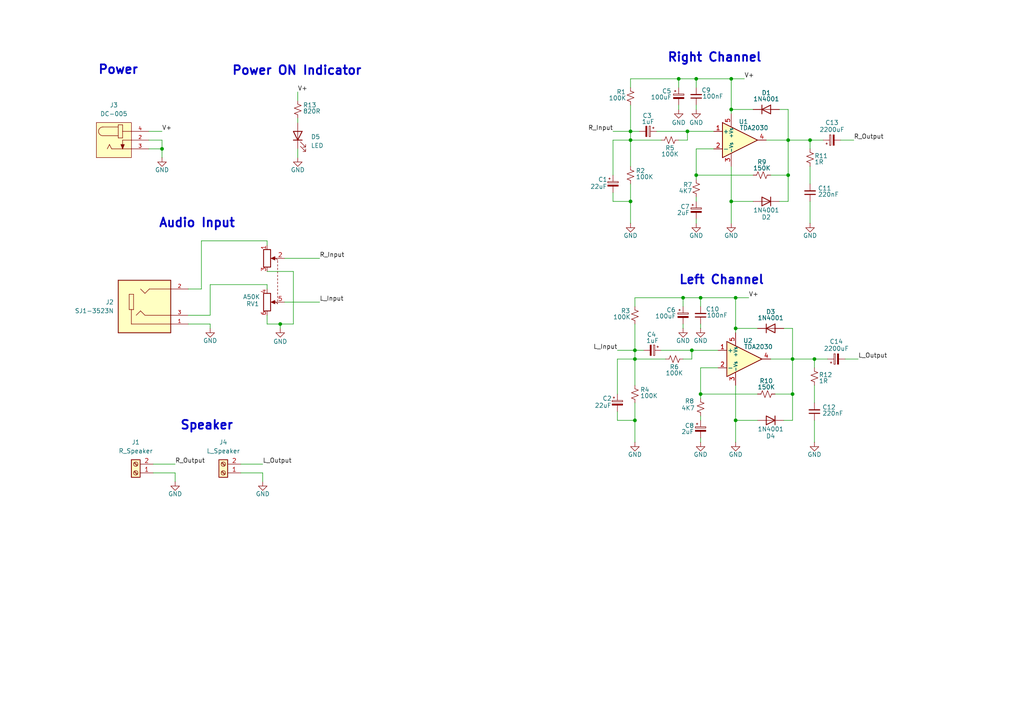
<source format=kicad_sch>
(kicad_sch
	(version 20250114)
	(generator "eeschema")
	(generator_version "9.0")
	(uuid "8772e8d3-3d82-4b90-bc53-06232362cccd")
	(paper "A4")
	(title_block
		(title "Amplificador Stereo con TDA2030")
		(date "2024-09-10")
		(rev "V1.0")
		(company "Decima Enrique Emanuel")
	)
	(lib_symbols
		(symbol "Amplifier_Audio:TDA2030"
			(pin_names
				(offset 0.127)
			)
			(exclude_from_sim no)
			(in_bom yes)
			(on_board yes)
			(property "Reference" "U"
				(at 3.81 6.35 0)
				(effects
					(font
						(size 1.27 1.27)
					)
				)
			)
			(property "Value" "TDA2030"
				(at 3.81 3.81 0)
				(effects
					(font
						(size 1.27 1.27)
					)
				)
			)
			(property "Footprint" "Package_TO_SOT_THT:TO-220-5_P3.4x3.7mm_StaggerOdd_Lead3.8mm_Vertical"
				(at 0 0 0)
				(effects
					(font
						(size 1.27 1.27)
						(italic yes)
					)
					(hide yes)
				)
			)
			(property "Datasheet" "http://www.st.com/resource/en/datasheet/cd00000128.pdf"
				(at 0 0 0)
				(effects
					(font
						(size 1.27 1.27)
					)
					(hide yes)
				)
			)
			(property "Description" "14W Hi-Fi Audio Amplifier, TO-220-5"
				(at 0 0 0)
				(effects
					(font
						(size 1.27 1.27)
					)
					(hide yes)
				)
			)
			(property "ki_keywords" "audio amplifier"
				(at 0 0 0)
				(effects
					(font
						(size 1.27 1.27)
					)
					(hide yes)
				)
			)
			(property "ki_fp_filters" "TO*220*StaggerOdd*"
				(at 0 0 0)
				(effects
					(font
						(size 1.27 1.27)
					)
					(hide yes)
				)
			)
			(symbol "TDA2030_0_1"
				(polyline
					(pts
						(xy -5.08 5.08) (xy 5.08 0) (xy -5.08 -5.08) (xy -5.08 5.08)
					)
					(stroke
						(width 0.254)
						(type default)
					)
					(fill
						(type background)
					)
				)
			)
			(symbol "TDA2030_1_1"
				(pin input line
					(at -7.62 2.54 0)
					(length 2.54)
					(name "+"
						(effects
							(font
								(size 1.27 1.27)
							)
						)
					)
					(number "1"
						(effects
							(font
								(size 1.27 1.27)
							)
						)
					)
				)
				(pin input line
					(at -7.62 -2.54 0)
					(length 2.54)
					(name "-"
						(effects
							(font
								(size 1.27 1.27)
							)
						)
					)
					(number "2"
						(effects
							(font
								(size 1.27 1.27)
							)
						)
					)
				)
				(pin power_in line
					(at -2.54 7.62 270)
					(length 3.81)
					(name "+Vs"
						(effects
							(font
								(size 1.016 1.016)
							)
						)
					)
					(number "5"
						(effects
							(font
								(size 1.27 1.27)
							)
						)
					)
				)
				(pin power_in line
					(at -2.54 -7.62 90)
					(length 3.81)
					(name "-Vs"
						(effects
							(font
								(size 1.016 1.016)
							)
						)
					)
					(number "3"
						(effects
							(font
								(size 1.27 1.27)
							)
						)
					)
				)
				(pin output line
					(at 7.62 0 180)
					(length 2.54)
					(name "~"
						(effects
							(font
								(size 1.27 1.27)
							)
						)
					)
					(number "4"
						(effects
							(font
								(size 1.27 1.27)
							)
						)
					)
				)
			)
			(embedded_fonts no)
		)
		(symbol "Connector:Screw_Terminal_01x02"
			(pin_names
				(offset 1.016)
				(hide yes)
			)
			(exclude_from_sim no)
			(in_bom yes)
			(on_board yes)
			(property "Reference" "J"
				(at 0 2.54 0)
				(effects
					(font
						(size 1.27 1.27)
					)
				)
			)
			(property "Value" "Screw_Terminal_01x02"
				(at 0 -5.08 0)
				(effects
					(font
						(size 1.27 1.27)
					)
				)
			)
			(property "Footprint" ""
				(at 0 0 0)
				(effects
					(font
						(size 1.27 1.27)
					)
					(hide yes)
				)
			)
			(property "Datasheet" "~"
				(at 0 0 0)
				(effects
					(font
						(size 1.27 1.27)
					)
					(hide yes)
				)
			)
			(property "Description" "Generic screw terminal, single row, 01x02, script generated (kicad-library-utils/schlib/autogen/connector/)"
				(at 0 0 0)
				(effects
					(font
						(size 1.27 1.27)
					)
					(hide yes)
				)
			)
			(property "ki_keywords" "screw terminal"
				(at 0 0 0)
				(effects
					(font
						(size 1.27 1.27)
					)
					(hide yes)
				)
			)
			(property "ki_fp_filters" "TerminalBlock*:*"
				(at 0 0 0)
				(effects
					(font
						(size 1.27 1.27)
					)
					(hide yes)
				)
			)
			(symbol "Screw_Terminal_01x02_1_1"
				(rectangle
					(start -1.27 1.27)
					(end 1.27 -3.81)
					(stroke
						(width 0.254)
						(type default)
					)
					(fill
						(type background)
					)
				)
				(polyline
					(pts
						(xy -0.5334 0.3302) (xy 0.3302 -0.508)
					)
					(stroke
						(width 0.1524)
						(type default)
					)
					(fill
						(type none)
					)
				)
				(polyline
					(pts
						(xy -0.5334 -2.2098) (xy 0.3302 -3.048)
					)
					(stroke
						(width 0.1524)
						(type default)
					)
					(fill
						(type none)
					)
				)
				(polyline
					(pts
						(xy -0.3556 0.508) (xy 0.508 -0.3302)
					)
					(stroke
						(width 0.1524)
						(type default)
					)
					(fill
						(type none)
					)
				)
				(polyline
					(pts
						(xy -0.3556 -2.032) (xy 0.508 -2.8702)
					)
					(stroke
						(width 0.1524)
						(type default)
					)
					(fill
						(type none)
					)
				)
				(circle
					(center 0 0)
					(radius 0.635)
					(stroke
						(width 0.1524)
						(type default)
					)
					(fill
						(type none)
					)
				)
				(circle
					(center 0 -2.54)
					(radius 0.635)
					(stroke
						(width 0.1524)
						(type default)
					)
					(fill
						(type none)
					)
				)
				(pin passive line
					(at -5.08 0 0)
					(length 3.81)
					(name "Pin_1"
						(effects
							(font
								(size 1.27 1.27)
							)
						)
					)
					(number "1"
						(effects
							(font
								(size 1.27 1.27)
							)
						)
					)
				)
				(pin passive line
					(at -5.08 -2.54 0)
					(length 3.81)
					(name "Pin_2"
						(effects
							(font
								(size 1.27 1.27)
							)
						)
					)
					(number "2"
						(effects
							(font
								(size 1.27 1.27)
							)
						)
					)
				)
			)
			(embedded_fonts no)
		)
		(symbol "DC-005:DC-005"
			(pin_names
				(offset 1.016)
			)
			(exclude_from_sim no)
			(in_bom yes)
			(on_board yes)
			(property "Reference" "J"
				(at -5.0943 5.5976 0)
				(effects
					(font
						(size 1.27 1.27)
					)
					(justify left bottom)
				)
			)
			(property "Value" "DC-005"
				(at -5.0995 -7.6398 0)
				(effects
					(font
						(size 1.27 1.27)
					)
					(justify left bottom)
				)
			)
			(property "Footprint" "DC-005:NINIGI_DC-005"
				(at 0 0 0)
				(effects
					(font
						(size 1.27 1.27)
					)
					(justify bottom)
					(hide yes)
				)
			)
			(property "Datasheet" ""
				(at 0 0 0)
				(effects
					(font
						(size 1.27 1.27)
					)
					(hide yes)
				)
			)
			(property "Description" "Conn Dc Power Jack 2.1mm"
				(at 0 0 0)
				(effects
					(font
						(size 1.27 1.27)
					)
					(justify bottom)
					(hide yes)
				)
			)
			(property "MF" "Best Inc."
				(at 0 0 0)
				(effects
					(font
						(size 1.27 1.27)
					)
					(justify bottom)
					(hide yes)
				)
			)
			(property "PACKAGE" "None"
				(at 0 0 0)
				(effects
					(font
						(size 1.27 1.27)
					)
					(justify bottom)
					(hide yes)
				)
			)
			(property "PRICE" "None"
				(at 0 0 0)
				(effects
					(font
						(size 1.27 1.27)
					)
					(justify bottom)
					(hide yes)
				)
			)
			(property "Package" "DC Power Jack Best Inc."
				(at 0 0 0)
				(effects
					(font
						(size 1.27 1.27)
					)
					(justify bottom)
					(hide yes)
				)
			)
			(property "Check_prices" "https://www.snapeda.com/parts/DC-005/Best+Inc./view-part/?ref=eda"
				(at 0 0 0)
				(effects
					(font
						(size 1.27 1.27)
					)
					(justify bottom)
					(hide yes)
				)
			)
			(property "Price" "None"
				(at 0 0 0)
				(effects
					(font
						(size 1.27 1.27)
					)
					(justify bottom)
					(hide yes)
				)
			)
			(property "SnapEDA_Link" "https://www.snapeda.com/parts/DC-005/Best+Inc./view-part/?ref=snap"
				(at 0 0 0)
				(effects
					(font
						(size 1.27 1.27)
					)
					(justify bottom)
					(hide yes)
				)
			)
			(property "MP" "DC-005"
				(at 0 0 0)
				(effects
					(font
						(size 1.27 1.27)
					)
					(justify bottom)
					(hide yes)
				)
			)
			(property "Availability" "Not in stock"
				(at 0 0 0)
				(effects
					(font
						(size 1.27 1.27)
					)
					(justify bottom)
					(hide yes)
				)
			)
			(property "AVAILABILITY" "Unavailable"
				(at 0 0 0)
				(effects
					(font
						(size 1.27 1.27)
					)
					(justify bottom)
					(hide yes)
				)
			)
			(property "Description_1" "\n6.4x14.2x9.0mm Power DC Receptacle\n"
				(at 0 0 0)
				(effects
					(font
						(size 1.27 1.27)
					)
					(justify bottom)
					(hide yes)
				)
			)
			(symbol "DC-005_0_0"
				(rectangle
					(start -5.08 -5.08)
					(end 5.08 5.08)
					(stroke
						(width 0.1524)
						(type default)
					)
					(fill
						(type background)
					)
				)
				(polyline
					(pts
						(xy -3.175 3.81) (xy 1.27 3.81)
					)
					(stroke
						(width 0.1524)
						(type default)
					)
					(fill
						(type none)
					)
				)
				(arc
					(start -3.175 1.27)
					(mid -4.4394 2.54)
					(end -3.175 3.81)
					(stroke
						(width 0.1524)
						(type default)
					)
					(fill
						(type none)
					)
				)
				(polyline
					(pts
						(xy -1.27 -1.27) (xy -1.905 -2.54)
					)
					(stroke
						(width 0.1524)
						(type default)
					)
					(fill
						(type none)
					)
				)
				(polyline
					(pts
						(xy -0.635 -2.54) (xy -1.27 -1.27)
					)
					(stroke
						(width 0.1524)
						(type default)
					)
					(fill
						(type none)
					)
				)
				(polyline
					(pts
						(xy 1.27 4.445) (xy 1.27 3.81)
					)
					(stroke
						(width 0.1524)
						(type default)
					)
					(fill
						(type none)
					)
				)
				(polyline
					(pts
						(xy 1.27 3.81) (xy 1.27 1.27)
					)
					(stroke
						(width 0.1524)
						(type default)
					)
					(fill
						(type none)
					)
				)
				(polyline
					(pts
						(xy 1.27 1.27) (xy -3.175 1.27)
					)
					(stroke
						(width 0.1524)
						(type default)
					)
					(fill
						(type none)
					)
				)
				(polyline
					(pts
						(xy 1.27 1.27) (xy 1.27 0.635)
					)
					(stroke
						(width 0.1524)
						(type default)
					)
					(fill
						(type none)
					)
				)
				(polyline
					(pts
						(xy 1.27 0.635) (xy 2.54 0.635)
					)
					(stroke
						(width 0.1524)
						(type default)
					)
					(fill
						(type none)
					)
				)
				(polyline
					(pts
						(xy 2.54 4.445) (xy 1.27 4.445)
					)
					(stroke
						(width 0.1524)
						(type default)
					)
					(fill
						(type none)
					)
				)
				(polyline
					(pts
						(xy 2.54 2.54) (xy 2.54 4.445)
					)
					(stroke
						(width 0.1524)
						(type default)
					)
					(fill
						(type none)
					)
				)
				(polyline
					(pts
						(xy 2.54 2.54) (xy 5.08 2.54)
					)
					(stroke
						(width 0.1524)
						(type default)
					)
					(fill
						(type none)
					)
				)
				(polyline
					(pts
						(xy 2.54 0.635) (xy 2.54 2.54)
					)
					(stroke
						(width 0.1524)
						(type default)
					)
					(fill
						(type none)
					)
				)
				(polyline
					(pts
						(xy 2.54 0) (xy 2.54 -2.54)
					)
					(stroke
						(width 0.1524)
						(type default)
					)
					(fill
						(type none)
					)
				)
				(polyline
					(pts
						(xy 2.54 0) (xy 5.08 0)
					)
					(stroke
						(width 0.1524)
						(type default)
					)
					(fill
						(type none)
					)
				)
				(polyline
					(pts
						(xy 2.54 -2.54) (xy -0.635 -2.54)
					)
					(stroke
						(width 0.1524)
						(type default)
					)
					(fill
						(type none)
					)
				)
				(polyline
					(pts
						(xy 2.54 -2.54) (xy 5.08 -2.54)
					)
					(stroke
						(width 0.1524)
						(type default)
					)
					(fill
						(type none)
					)
				)
				(polyline
					(pts
						(xy 2.54 -2.54) (xy 2.032 -1.27) (xy 3.048 -1.27) (xy 2.54 -2.54)
					)
					(stroke
						(width 0.1524)
						(type default)
					)
					(fill
						(type outline)
					)
				)
				(pin passive line
					(at 10.16 2.54 180)
					(length 5.08)
					(name "~"
						(effects
							(font
								(size 1.016 1.016)
							)
						)
					)
					(number "4"
						(effects
							(font
								(size 1.016 1.016)
							)
						)
					)
				)
				(pin passive line
					(at 10.16 0 180)
					(length 5.08)
					(name "~"
						(effects
							(font
								(size 1.016 1.016)
							)
						)
					)
					(number "2"
						(effects
							(font
								(size 1.016 1.016)
							)
						)
					)
				)
				(pin passive line
					(at 10.16 -2.54 180)
					(length 5.08)
					(name "~"
						(effects
							(font
								(size 1.016 1.016)
							)
						)
					)
					(number "3"
						(effects
							(font
								(size 1.016 1.016)
							)
						)
					)
				)
			)
			(embedded_fonts no)
		)
		(symbol "Device:C_Polarized_Small"
			(pin_numbers
				(hide yes)
			)
			(pin_names
				(offset 0.254)
				(hide yes)
			)
			(exclude_from_sim no)
			(in_bom yes)
			(on_board yes)
			(property "Reference" "C"
				(at 0.254 1.778 0)
				(effects
					(font
						(size 1.27 1.27)
					)
					(justify left)
				)
			)
			(property "Value" "C_Polarized_Small"
				(at 0.254 -2.032 0)
				(effects
					(font
						(size 1.27 1.27)
					)
					(justify left)
				)
			)
			(property "Footprint" ""
				(at 0 0 0)
				(effects
					(font
						(size 1.27 1.27)
					)
					(hide yes)
				)
			)
			(property "Datasheet" "~"
				(at 0 0 0)
				(effects
					(font
						(size 1.27 1.27)
					)
					(hide yes)
				)
			)
			(property "Description" "Polarized capacitor, small symbol"
				(at 0 0 0)
				(effects
					(font
						(size 1.27 1.27)
					)
					(hide yes)
				)
			)
			(property "ki_keywords" "cap capacitor"
				(at 0 0 0)
				(effects
					(font
						(size 1.27 1.27)
					)
					(hide yes)
				)
			)
			(property "ki_fp_filters" "CP_*"
				(at 0 0 0)
				(effects
					(font
						(size 1.27 1.27)
					)
					(hide yes)
				)
			)
			(symbol "C_Polarized_Small_0_1"
				(rectangle
					(start -1.524 0.6858)
					(end 1.524 0.3048)
					(stroke
						(width 0)
						(type default)
					)
					(fill
						(type none)
					)
				)
				(rectangle
					(start -1.524 -0.3048)
					(end 1.524 -0.6858)
					(stroke
						(width 0)
						(type default)
					)
					(fill
						(type outline)
					)
				)
				(polyline
					(pts
						(xy -1.27 1.524) (xy -0.762 1.524)
					)
					(stroke
						(width 0)
						(type default)
					)
					(fill
						(type none)
					)
				)
				(polyline
					(pts
						(xy -1.016 1.27) (xy -1.016 1.778)
					)
					(stroke
						(width 0)
						(type default)
					)
					(fill
						(type none)
					)
				)
			)
			(symbol "C_Polarized_Small_1_1"
				(pin passive line
					(at 0 2.54 270)
					(length 1.8542)
					(name "~"
						(effects
							(font
								(size 1.27 1.27)
							)
						)
					)
					(number "1"
						(effects
							(font
								(size 1.27 1.27)
							)
						)
					)
				)
				(pin passive line
					(at 0 -2.54 90)
					(length 1.8542)
					(name "~"
						(effects
							(font
								(size 1.27 1.27)
							)
						)
					)
					(number "2"
						(effects
							(font
								(size 1.27 1.27)
							)
						)
					)
				)
			)
			(embedded_fonts no)
		)
		(symbol "Device:C_Small"
			(pin_numbers
				(hide yes)
			)
			(pin_names
				(offset 0.254)
				(hide yes)
			)
			(exclude_from_sim no)
			(in_bom yes)
			(on_board yes)
			(property "Reference" "C"
				(at 0.254 1.778 0)
				(effects
					(font
						(size 1.27 1.27)
					)
					(justify left)
				)
			)
			(property "Value" "C_Small"
				(at 0.254 -2.032 0)
				(effects
					(font
						(size 1.27 1.27)
					)
					(justify left)
				)
			)
			(property "Footprint" ""
				(at 0 0 0)
				(effects
					(font
						(size 1.27 1.27)
					)
					(hide yes)
				)
			)
			(property "Datasheet" "~"
				(at 0 0 0)
				(effects
					(font
						(size 1.27 1.27)
					)
					(hide yes)
				)
			)
			(property "Description" "Unpolarized capacitor, small symbol"
				(at 0 0 0)
				(effects
					(font
						(size 1.27 1.27)
					)
					(hide yes)
				)
			)
			(property "ki_keywords" "capacitor cap"
				(at 0 0 0)
				(effects
					(font
						(size 1.27 1.27)
					)
					(hide yes)
				)
			)
			(property "ki_fp_filters" "C_*"
				(at 0 0 0)
				(effects
					(font
						(size 1.27 1.27)
					)
					(hide yes)
				)
			)
			(symbol "C_Small_0_1"
				(polyline
					(pts
						(xy -1.524 0.508) (xy 1.524 0.508)
					)
					(stroke
						(width 0.3048)
						(type default)
					)
					(fill
						(type none)
					)
				)
				(polyline
					(pts
						(xy -1.524 -0.508) (xy 1.524 -0.508)
					)
					(stroke
						(width 0.3302)
						(type default)
					)
					(fill
						(type none)
					)
				)
			)
			(symbol "C_Small_1_1"
				(pin passive line
					(at 0 2.54 270)
					(length 2.032)
					(name "~"
						(effects
							(font
								(size 1.27 1.27)
							)
						)
					)
					(number "1"
						(effects
							(font
								(size 1.27 1.27)
							)
						)
					)
				)
				(pin passive line
					(at 0 -2.54 90)
					(length 2.032)
					(name "~"
						(effects
							(font
								(size 1.27 1.27)
							)
						)
					)
					(number "2"
						(effects
							(font
								(size 1.27 1.27)
							)
						)
					)
				)
			)
			(embedded_fonts no)
		)
		(symbol "Device:LED"
			(pin_numbers
				(hide yes)
			)
			(pin_names
				(offset 1.016)
				(hide yes)
			)
			(exclude_from_sim no)
			(in_bom yes)
			(on_board yes)
			(property "Reference" "D"
				(at 0 2.54 0)
				(effects
					(font
						(size 1.27 1.27)
					)
				)
			)
			(property "Value" "LED"
				(at 0 -2.54 0)
				(effects
					(font
						(size 1.27 1.27)
					)
				)
			)
			(property "Footprint" ""
				(at 0 0 0)
				(effects
					(font
						(size 1.27 1.27)
					)
					(hide yes)
				)
			)
			(property "Datasheet" "~"
				(at 0 0 0)
				(effects
					(font
						(size 1.27 1.27)
					)
					(hide yes)
				)
			)
			(property "Description" "Light emitting diode"
				(at 0 0 0)
				(effects
					(font
						(size 1.27 1.27)
					)
					(hide yes)
				)
			)
			(property "ki_keywords" "LED diode"
				(at 0 0 0)
				(effects
					(font
						(size 1.27 1.27)
					)
					(hide yes)
				)
			)
			(property "ki_fp_filters" "LED* LED_SMD:* LED_THT:*"
				(at 0 0 0)
				(effects
					(font
						(size 1.27 1.27)
					)
					(hide yes)
				)
			)
			(symbol "LED_0_1"
				(polyline
					(pts
						(xy -3.048 -0.762) (xy -4.572 -2.286) (xy -3.81 -2.286) (xy -4.572 -2.286) (xy -4.572 -1.524)
					)
					(stroke
						(width 0)
						(type default)
					)
					(fill
						(type none)
					)
				)
				(polyline
					(pts
						(xy -1.778 -0.762) (xy -3.302 -2.286) (xy -2.54 -2.286) (xy -3.302 -2.286) (xy -3.302 -1.524)
					)
					(stroke
						(width 0)
						(type default)
					)
					(fill
						(type none)
					)
				)
				(polyline
					(pts
						(xy -1.27 0) (xy 1.27 0)
					)
					(stroke
						(width 0)
						(type default)
					)
					(fill
						(type none)
					)
				)
				(polyline
					(pts
						(xy -1.27 -1.27) (xy -1.27 1.27)
					)
					(stroke
						(width 0.254)
						(type default)
					)
					(fill
						(type none)
					)
				)
				(polyline
					(pts
						(xy 1.27 -1.27) (xy 1.27 1.27) (xy -1.27 0) (xy 1.27 -1.27)
					)
					(stroke
						(width 0.254)
						(type default)
					)
					(fill
						(type none)
					)
				)
			)
			(symbol "LED_1_1"
				(pin passive line
					(at -3.81 0 0)
					(length 2.54)
					(name "K"
						(effects
							(font
								(size 1.27 1.27)
							)
						)
					)
					(number "1"
						(effects
							(font
								(size 1.27 1.27)
							)
						)
					)
				)
				(pin passive line
					(at 3.81 0 180)
					(length 2.54)
					(name "A"
						(effects
							(font
								(size 1.27 1.27)
							)
						)
					)
					(number "2"
						(effects
							(font
								(size 1.27 1.27)
							)
						)
					)
				)
			)
			(embedded_fonts no)
		)
		(symbol "Device:R_Potentiometer_Dual"
			(pin_names
				(offset 1.016)
				(hide yes)
			)
			(exclude_from_sim no)
			(in_bom yes)
			(on_board yes)
			(property "Reference" "RV"
				(at 0 3.81 0)
				(effects
					(font
						(size 1.27 1.27)
					)
				)
			)
			(property "Value" "R_Potentiometer_Dual"
				(at 0 1.905 0)
				(effects
					(font
						(size 1.27 1.27)
					)
				)
			)
			(property "Footprint" ""
				(at 6.35 -1.905 0)
				(effects
					(font
						(size 1.27 1.27)
					)
					(hide yes)
				)
			)
			(property "Datasheet" "~"
				(at 6.35 -1.905 0)
				(effects
					(font
						(size 1.27 1.27)
					)
					(hide yes)
				)
			)
			(property "Description" "Dual potentiometer"
				(at 0 0 0)
				(effects
					(font
						(size 1.27 1.27)
					)
					(hide yes)
				)
			)
			(property "ki_keywords" "resistor variable"
				(at 0 0 0)
				(effects
					(font
						(size 1.27 1.27)
					)
					(hide yes)
				)
			)
			(property "ki_fp_filters" "Potentiometer*"
				(at 0 0 0)
				(effects
					(font
						(size 1.27 1.27)
					)
					(hide yes)
				)
			)
			(symbol "R_Potentiometer_Dual_0_1"
				(rectangle
					(start -8.89 -1.524)
					(end -3.81 -3.556)
					(stroke
						(width 0.254)
						(type default)
					)
					(fill
						(type none)
					)
				)
				(polyline
					(pts
						(xy -6.35 0) (xy -6.35 -1.016)
					)
					(stroke
						(width 0)
						(type default)
					)
					(fill
						(type none)
					)
				)
				(polyline
					(pts
						(xy -6.35 0) (xy -6.35 -1.016)
					)
					(stroke
						(width 0)
						(type default)
					)
					(fill
						(type none)
					)
				)
				(polyline
					(pts
						(xy -6.35 0) (xy -5.842 0.508)
					)
					(stroke
						(width 0)
						(type default)
					)
					(fill
						(type none)
					)
				)
				(polyline
					(pts
						(xy -6.35 -1.397) (xy -6.858 -0.254) (xy -5.842 -0.254) (xy -6.35 -1.397)
					)
					(stroke
						(width 0)
						(type default)
					)
					(fill
						(type outline)
					)
				)
				(polyline
					(pts
						(xy -5.588 0.508) (xy -5.08 0.508)
					)
					(stroke
						(width 0)
						(type default)
					)
					(fill
						(type none)
					)
				)
				(polyline
					(pts
						(xy -4.572 0.508) (xy -4.064 0.508)
					)
					(stroke
						(width 0)
						(type default)
					)
					(fill
						(type none)
					)
				)
				(polyline
					(pts
						(xy -3.556 0.508) (xy -3.048 0.508)
					)
					(stroke
						(width 0)
						(type default)
					)
					(fill
						(type none)
					)
				)
				(polyline
					(pts
						(xy -2.54 0.508) (xy -2.032 0.508)
					)
					(stroke
						(width 0)
						(type default)
					)
					(fill
						(type none)
					)
				)
				(polyline
					(pts
						(xy -1.524 0.508) (xy -1.016 0.508)
					)
					(stroke
						(width 0)
						(type default)
					)
					(fill
						(type none)
					)
				)
				(polyline
					(pts
						(xy -0.508 0.508) (xy 0 0.508)
					)
					(stroke
						(width 0)
						(type default)
					)
					(fill
						(type none)
					)
				)
				(polyline
					(pts
						(xy 0.508 0.508) (xy 1.016 0.508)
					)
					(stroke
						(width 0)
						(type default)
					)
					(fill
						(type none)
					)
				)
				(polyline
					(pts
						(xy 1.524 0.508) (xy 2.032 0.508)
					)
					(stroke
						(width 0)
						(type default)
					)
					(fill
						(type none)
					)
				)
				(polyline
					(pts
						(xy 2.54 0.508) (xy 3.048 0.508)
					)
					(stroke
						(width 0)
						(type default)
					)
					(fill
						(type none)
					)
				)
				(polyline
					(pts
						(xy 3.556 0.508) (xy 4.064 0.508)
					)
					(stroke
						(width 0)
						(type default)
					)
					(fill
						(type none)
					)
				)
				(rectangle
					(start 3.81 -1.524)
					(end 8.89 -3.556)
					(stroke
						(width 0.254)
						(type default)
					)
					(fill
						(type none)
					)
				)
				(polyline
					(pts
						(xy 4.572 0.508) (xy 5.08 0.508)
					)
					(stroke
						(width 0)
						(type default)
					)
					(fill
						(type none)
					)
				)
				(polyline
					(pts
						(xy 5.588 0.508) (xy 6.096 0.508)
					)
					(stroke
						(width 0)
						(type default)
					)
					(fill
						(type none)
					)
				)
				(polyline
					(pts
						(xy 6.35 0) (xy 6.35 -1.016)
					)
					(stroke
						(width 0)
						(type default)
					)
					(fill
						(type none)
					)
				)
				(polyline
					(pts
						(xy 6.35 0) (xy 6.35 -1.016)
					)
					(stroke
						(width 0)
						(type default)
					)
					(fill
						(type none)
					)
				)
				(polyline
					(pts
						(xy 6.35 -1.397) (xy 5.842 -0.254) (xy 6.858 -0.254) (xy 6.35 -1.397)
					)
					(stroke
						(width 0)
						(type default)
					)
					(fill
						(type outline)
					)
				)
				(polyline
					(pts
						(xy 6.604 0.508) (xy 6.858 0.508) (xy 6.35 0)
					)
					(stroke
						(width 0)
						(type default)
					)
					(fill
						(type none)
					)
				)
			)
			(symbol "R_Potentiometer_Dual_1_1"
				(pin passive line
					(at -10.16 -2.54 0)
					(length 1.27)
					(name "1"
						(effects
							(font
								(size 1.27 1.27)
							)
						)
					)
					(number "1"
						(effects
							(font
								(size 1.27 1.27)
							)
						)
					)
				)
				(pin passive line
					(at -6.35 2.54 270)
					(length 2.54)
					(name "2"
						(effects
							(font
								(size 1.27 1.27)
							)
						)
					)
					(number "2"
						(effects
							(font
								(size 1.27 1.27)
							)
						)
					)
				)
				(pin passive line
					(at -2.54 -2.54 180)
					(length 1.27)
					(name "3"
						(effects
							(font
								(size 1.27 1.27)
							)
						)
					)
					(number "3"
						(effects
							(font
								(size 1.27 1.27)
							)
						)
					)
				)
				(pin passive line
					(at 2.54 -2.54 0)
					(length 1.27)
					(name "4"
						(effects
							(font
								(size 1.27 1.27)
							)
						)
					)
					(number "4"
						(effects
							(font
								(size 1.27 1.27)
							)
						)
					)
				)
				(pin passive line
					(at 6.35 2.54 270)
					(length 2.54)
					(name "5"
						(effects
							(font
								(size 1.27 1.27)
							)
						)
					)
					(number "5"
						(effects
							(font
								(size 1.27 1.27)
							)
						)
					)
				)
				(pin passive line
					(at 10.16 -2.54 180)
					(length 1.27)
					(name "6"
						(effects
							(font
								(size 1.27 1.27)
							)
						)
					)
					(number "6"
						(effects
							(font
								(size 1.27 1.27)
							)
						)
					)
				)
			)
			(embedded_fonts no)
		)
		(symbol "Device:R_Small_US"
			(pin_numbers
				(hide yes)
			)
			(pin_names
				(offset 0.254)
				(hide yes)
			)
			(exclude_from_sim no)
			(in_bom yes)
			(on_board yes)
			(property "Reference" "R"
				(at 0.762 0.508 0)
				(effects
					(font
						(size 1.27 1.27)
					)
					(justify left)
				)
			)
			(property "Value" "R_Small_US"
				(at 0.762 -1.016 0)
				(effects
					(font
						(size 1.27 1.27)
					)
					(justify left)
				)
			)
			(property "Footprint" ""
				(at 0 0 0)
				(effects
					(font
						(size 1.27 1.27)
					)
					(hide yes)
				)
			)
			(property "Datasheet" "~"
				(at 0 0 0)
				(effects
					(font
						(size 1.27 1.27)
					)
					(hide yes)
				)
			)
			(property "Description" "Resistor, small US symbol"
				(at 0 0 0)
				(effects
					(font
						(size 1.27 1.27)
					)
					(hide yes)
				)
			)
			(property "ki_keywords" "r resistor"
				(at 0 0 0)
				(effects
					(font
						(size 1.27 1.27)
					)
					(hide yes)
				)
			)
			(property "ki_fp_filters" "R_*"
				(at 0 0 0)
				(effects
					(font
						(size 1.27 1.27)
					)
					(hide yes)
				)
			)
			(symbol "R_Small_US_1_1"
				(polyline
					(pts
						(xy 0 1.524) (xy 1.016 1.143) (xy 0 0.762) (xy -1.016 0.381) (xy 0 0)
					)
					(stroke
						(width 0)
						(type default)
					)
					(fill
						(type none)
					)
				)
				(polyline
					(pts
						(xy 0 0) (xy 1.016 -0.381) (xy 0 -0.762) (xy -1.016 -1.143) (xy 0 -1.524)
					)
					(stroke
						(width 0)
						(type default)
					)
					(fill
						(type none)
					)
				)
				(pin passive line
					(at 0 2.54 270)
					(length 1.016)
					(name "~"
						(effects
							(font
								(size 1.27 1.27)
							)
						)
					)
					(number "1"
						(effects
							(font
								(size 1.27 1.27)
							)
						)
					)
				)
				(pin passive line
					(at 0 -2.54 90)
					(length 1.016)
					(name "~"
						(effects
							(font
								(size 1.27 1.27)
							)
						)
					)
					(number "2"
						(effects
							(font
								(size 1.27 1.27)
							)
						)
					)
				)
			)
			(embedded_fonts no)
		)
		(symbol "Diode:1N4001"
			(pin_numbers
				(hide yes)
			)
			(pin_names
				(hide yes)
			)
			(exclude_from_sim no)
			(in_bom yes)
			(on_board yes)
			(property "Reference" "D"
				(at 0 2.54 0)
				(effects
					(font
						(size 1.27 1.27)
					)
				)
			)
			(property "Value" "1N4001"
				(at 0 -2.54 0)
				(effects
					(font
						(size 1.27 1.27)
					)
				)
			)
			(property "Footprint" "Diode_THT:D_DO-41_SOD81_P10.16mm_Horizontal"
				(at 0 0 0)
				(effects
					(font
						(size 1.27 1.27)
					)
					(hide yes)
				)
			)
			(property "Datasheet" "http://www.vishay.com/docs/88503/1n4001.pdf"
				(at 0 0 0)
				(effects
					(font
						(size 1.27 1.27)
					)
					(hide yes)
				)
			)
			(property "Description" "50V 1A General Purpose Rectifier Diode, DO-41"
				(at 0 0 0)
				(effects
					(font
						(size 1.27 1.27)
					)
					(hide yes)
				)
			)
			(property "Sim.Device" "D"
				(at 0 0 0)
				(effects
					(font
						(size 1.27 1.27)
					)
					(hide yes)
				)
			)
			(property "Sim.Pins" "1=K 2=A"
				(at 0 0 0)
				(effects
					(font
						(size 1.27 1.27)
					)
					(hide yes)
				)
			)
			(property "ki_keywords" "diode"
				(at 0 0 0)
				(effects
					(font
						(size 1.27 1.27)
					)
					(hide yes)
				)
			)
			(property "ki_fp_filters" "D*DO?41*"
				(at 0 0 0)
				(effects
					(font
						(size 1.27 1.27)
					)
					(hide yes)
				)
			)
			(symbol "1N4001_0_1"
				(polyline
					(pts
						(xy -1.27 1.27) (xy -1.27 -1.27)
					)
					(stroke
						(width 0.254)
						(type default)
					)
					(fill
						(type none)
					)
				)
				(polyline
					(pts
						(xy 1.27 1.27) (xy 1.27 -1.27) (xy -1.27 0) (xy 1.27 1.27)
					)
					(stroke
						(width 0.254)
						(type default)
					)
					(fill
						(type none)
					)
				)
				(polyline
					(pts
						(xy 1.27 0) (xy -1.27 0)
					)
					(stroke
						(width 0)
						(type default)
					)
					(fill
						(type none)
					)
				)
			)
			(symbol "1N4001_1_1"
				(pin passive line
					(at -3.81 0 0)
					(length 2.54)
					(name "K"
						(effects
							(font
								(size 1.27 1.27)
							)
						)
					)
					(number "1"
						(effects
							(font
								(size 1.27 1.27)
							)
						)
					)
				)
				(pin passive line
					(at 3.81 0 180)
					(length 2.54)
					(name "A"
						(effects
							(font
								(size 1.27 1.27)
							)
						)
					)
					(number "2"
						(effects
							(font
								(size 1.27 1.27)
							)
						)
					)
				)
			)
			(embedded_fonts no)
		)
		(symbol "SJ1-3523N:SJ1-3523N"
			(pin_names
				(offset 1.016)
			)
			(exclude_from_sim no)
			(in_bom yes)
			(on_board yes)
			(property "Reference" "J1"
				(at -8.89 -1.2701 0)
				(effects
					(font
						(size 1.27 1.27)
					)
					(justify right)
				)
			)
			(property "Value" "SJ1-3523N"
				(at -8.89 1.2699 0)
				(effects
					(font
						(size 1.27 1.27)
					)
					(justify right)
				)
			)
			(property "Footprint" "SJ1-3523N:CUI_SJ1-3523N"
				(at 0.254 10.414 0)
				(effects
					(font
						(size 1.27 1.27)
					)
					(justify bottom)
					(hide yes)
				)
			)
			(property "Datasheet" ""
				(at 0 0 0)
				(effects
					(font
						(size 1.27 1.27)
					)
					(hide yes)
				)
			)
			(property "Description" ""
				(at 0 0 0)
				(effects
					(font
						(size 1.27 1.27)
					)
					(hide yes)
				)
			)
			(property "MF" "CUI Devices"
				(at 0 0 0)
				(effects
					(font
						(size 1.27 1.27)
					)
					(justify bottom)
					(hide yes)
				)
			)
			(property "MAXIMUM_PACKAGE_HEIGHT" "6.25 mm"
				(at 0 0 0)
				(effects
					(font
						(size 1.27 1.27)
					)
					(justify bottom)
					(hide yes)
				)
			)
			(property "Package" "None"
				(at 0 0 0)
				(effects
					(font
						(size 1.27 1.27)
					)
					(justify bottom)
					(hide yes)
				)
			)
			(property "Price" "None"
				(at 0 0 0)
				(effects
					(font
						(size 1.27 1.27)
					)
					(justify bottom)
					(hide yes)
				)
			)
			(property "Check_prices" ""
				(at 0 0 0)
				(effects
					(font
						(size 1.27 1.27)
					)
					(justify bottom)
					(hide yes)
				)
			)
			(property "STANDARD" "Manufacturer Recommendations"
				(at 0 8.382 0)
				(effects
					(font
						(size 1.27 1.27)
					)
					(justify bottom)
					(hide yes)
				)
			)
			(property "PARTREV" "1.05"
				(at 0 0 0)
				(effects
					(font
						(size 1.27 1.27)
					)
					(justify bottom)
					(hide yes)
				)
			)
			(property "SnapEDA_Link" ""
				(at 0 0 0)
				(effects
					(font
						(size 1.27 1.27)
					)
					(justify bottom)
					(hide yes)
				)
			)
			(property "MP" "SJ1-3523N"
				(at 0 0 0)
				(effects
					(font
						(size 1.27 1.27)
					)
					(justify bottom)
					(hide yes)
				)
			)
			(property "Description_1" ""
				(at 0 0 0)
				(effects
					(font
						(size 1.27 1.27)
					)
					(justify bottom)
					(hide yes)
				)
			)
			(property "CUI_purchase_URL" ""
				(at 0 0 0)
				(effects
					(font
						(size 1.27 1.27)
					)
					(justify bottom)
					(hide yes)
				)
			)
			(property "Availability" "In Stock"
				(at 0 0 0)
				(effects
					(font
						(size 1.27 1.27)
					)
					(justify bottom)
					(hide yes)
				)
			)
			(property "MANUFACTURER" "CUI Devices"
				(at 0 0 0)
				(effects
					(font
						(size 1.27 1.27)
					)
					(justify bottom)
					(hide yes)
				)
			)
			(symbol "SJ1-3523N_0_0"
				(rectangle
					(start -7.62 7.62)
					(end 7.62 -7.62)
					(stroke
						(width 0.254)
						(type default)
					)
					(fill
						(type background)
					)
				)
				(polyline
					(pts
						(xy -4.445 0.889) (xy -3.81 0.889)
					)
					(stroke
						(width 0.1524)
						(type default)
					)
					(fill
						(type none)
					)
				)
				(polyline
					(pts
						(xy -4.445 -3.556) (xy -4.445 0.889)
					)
					(stroke
						(width 0.1524)
						(type default)
					)
					(fill
						(type none)
					)
				)
				(polyline
					(pts
						(xy -3.81 5.08) (xy -3.81 0.889)
					)
					(stroke
						(width 0.1524)
						(type default)
					)
					(fill
						(type none)
					)
				)
				(polyline
					(pts
						(xy -3.81 0.889) (xy -3.175 0.889)
					)
					(stroke
						(width 0.1524)
						(type default)
					)
					(fill
						(type none)
					)
				)
				(polyline
					(pts
						(xy -3.175 0.889) (xy -3.175 -3.556)
					)
					(stroke
						(width 0.1524)
						(type default)
					)
					(fill
						(type none)
					)
				)
				(polyline
					(pts
						(xy -3.175 -3.556) (xy -4.445 -3.556)
					)
					(stroke
						(width 0.1524)
						(type default)
					)
					(fill
						(type none)
					)
				)
				(polyline
					(pts
						(xy -1.143 1.27) (xy -2.413 2.54)
					)
					(stroke
						(width 0.1524)
						(type default)
					)
					(fill
						(type none)
					)
				)
				(polyline
					(pts
						(xy 0.127 2.54) (xy -1.143 1.27)
					)
					(stroke
						(width 0.1524)
						(type default)
					)
					(fill
						(type none)
					)
				)
				(polyline
					(pts
						(xy 0.127 -3.81) (xy -1.143 -5.08)
					)
					(stroke
						(width 0.1524)
						(type default)
					)
					(fill
						(type none)
					)
				)
				(polyline
					(pts
						(xy 1.397 -5.08) (xy 0.127 -3.81)
					)
					(stroke
						(width 0.1524)
						(type default)
					)
					(fill
						(type none)
					)
				)
				(polyline
					(pts
						(xy 7.62 5.08) (xy -3.81 5.08)
					)
					(stroke
						(width 0.1524)
						(type default)
					)
					(fill
						(type none)
					)
				)
				(polyline
					(pts
						(xy 7.62 2.54) (xy 0.127 2.54)
					)
					(stroke
						(width 0.1524)
						(type default)
					)
					(fill
						(type none)
					)
				)
				(polyline
					(pts
						(xy 7.62 -5.08) (xy 1.397 -5.08)
					)
					(stroke
						(width 0.1524)
						(type default)
					)
					(fill
						(type none)
					)
				)
				(pin passive line
					(at 12.7 5.08 180)
					(length 5.08)
					(name "~"
						(effects
							(font
								(size 1.016 1.016)
							)
						)
					)
					(number "1"
						(effects
							(font
								(size 1.016 1.016)
							)
						)
					)
				)
				(pin passive line
					(at 12.7 2.54 180)
					(length 5.08)
					(name "~"
						(effects
							(font
								(size 1.016 1.016)
							)
						)
					)
					(number "3"
						(effects
							(font
								(size 1.016 1.016)
							)
						)
					)
				)
				(pin passive line
					(at 12.7 -5.08 180)
					(length 5.08)
					(name "~"
						(effects
							(font
								(size 1.016 1.016)
							)
						)
					)
					(number "2"
						(effects
							(font
								(size 1.016 1.016)
							)
						)
					)
				)
			)
			(embedded_fonts no)
		)
		(symbol "power:GND"
			(power)
			(pin_numbers
				(hide yes)
			)
			(pin_names
				(offset 0)
				(hide yes)
			)
			(exclude_from_sim no)
			(in_bom yes)
			(on_board yes)
			(property "Reference" "#PWR"
				(at 0 -6.35 0)
				(effects
					(font
						(size 1.27 1.27)
					)
					(hide yes)
				)
			)
			(property "Value" "GND"
				(at 0 -3.81 0)
				(effects
					(font
						(size 1.27 1.27)
					)
				)
			)
			(property "Footprint" ""
				(at 0 0 0)
				(effects
					(font
						(size 1.27 1.27)
					)
					(hide yes)
				)
			)
			(property "Datasheet" ""
				(at 0 0 0)
				(effects
					(font
						(size 1.27 1.27)
					)
					(hide yes)
				)
			)
			(property "Description" "Power symbol creates a global label with name \"GND\" , ground"
				(at 0 0 0)
				(effects
					(font
						(size 1.27 1.27)
					)
					(hide yes)
				)
			)
			(property "ki_keywords" "global power"
				(at 0 0 0)
				(effects
					(font
						(size 1.27 1.27)
					)
					(hide yes)
				)
			)
			(symbol "GND_0_1"
				(polyline
					(pts
						(xy 0 0) (xy 0 -1.27) (xy 1.27 -1.27) (xy 0 -2.54) (xy -1.27 -1.27) (xy 0 -1.27)
					)
					(stroke
						(width 0)
						(type default)
					)
					(fill
						(type none)
					)
				)
			)
			(symbol "GND_1_1"
				(pin power_in line
					(at 0 0 270)
					(length 0)
					(name "~"
						(effects
							(font
								(size 1.27 1.27)
							)
						)
					)
					(number "1"
						(effects
							(font
								(size 1.27 1.27)
							)
						)
					)
				)
			)
			(embedded_fonts no)
		)
	)
	(text "Right Channel"
		(exclude_from_sim no)
		(at 207.264 16.764 0)
		(effects
			(font
				(face "KiCad Font")
				(size 2.54 2.54)
				(thickness 0.508)
				(bold yes)
			)
		)
		(uuid "1271a888-ddd9-4b23-910c-1c506d7dced3")
	)
	(text "Power ON Indicator"
		(exclude_from_sim no)
		(at 86.106 20.574 0)
		(effects
			(font
				(face "KiCad Font")
				(size 2.54 2.54)
				(thickness 0.508)
				(bold yes)
			)
		)
		(uuid "7ff418a1-6df2-441e-8b8f-495180580c05")
	)
	(text "Power"
		(exclude_from_sim no)
		(at 34.29 20.32 0)
		(effects
			(font
				(face "KiCad Font")
				(size 2.54 2.54)
				(thickness 0.508)
				(bold yes)
			)
		)
		(uuid "a6c3da14-37d3-467e-af10-916418192538")
	)
	(text "Speaker"
		(exclude_from_sim no)
		(at 67.818 123.444 0)
		(effects
			(font
				(face "KiCad Font")
				(size 2.54 2.54)
				(thickness 0.508)
				(bold yes)
			)
			(justify right)
		)
		(uuid "aa32a8a9-a8ae-4169-890a-fe78df419622")
	)
	(text "Left Channel"
		(exclude_from_sim no)
		(at 209.296 81.28 0)
		(effects
			(font
				(face "KiCad Font")
				(size 2.54 2.54)
				(thickness 0.508)
				(bold yes)
			)
		)
		(uuid "d7d0a414-ad2e-4514-8a07-2cdea2733139")
	)
	(text "Audio Input"
		(exclude_from_sim no)
		(at 57.15 64.77 0)
		(effects
			(font
				(face "KiCad Font")
				(size 2.54 2.54)
				(thickness 0.508)
				(bold yes)
			)
		)
		(uuid "eccf4195-5d44-4639-91ae-acc31d96daab")
	)
	(junction
		(at 228.6 50.8)
		(diameter 0)
		(color 0 0 0 0)
		(uuid "0d2a414c-1758-4354-b40d-eb7e1f820333")
	)
	(junction
		(at 212.09 22.86)
		(diameter 0)
		(color 0 0 0 0)
		(uuid "1d77c957-90e0-47bc-b71c-f312ecf19408")
	)
	(junction
		(at 228.6 40.64)
		(diameter 0)
		(color 0 0 0 0)
		(uuid "1f18daea-159f-4d5c-8f99-2d5f7826f4bc")
	)
	(junction
		(at 213.36 121.92)
		(diameter 0)
		(color 0 0 0 0)
		(uuid "2070d43b-edfb-4f9f-aede-81d86cc05ce5")
	)
	(junction
		(at 229.87 104.14)
		(diameter 0)
		(color 0 0 0 0)
		(uuid "2524956d-3c41-42b7-b672-65a8258430d5")
	)
	(junction
		(at 184.15 104.14)
		(diameter 0)
		(color 0 0 0 0)
		(uuid "2827756a-d040-471e-bcc2-c20c0a05e2f3")
	)
	(junction
		(at 212.09 58.42)
		(diameter 0)
		(color 0 0 0 0)
		(uuid "32c9c6e6-def5-4394-905b-c617685fc21e")
	)
	(junction
		(at 196.85 22.86)
		(diameter 0)
		(color 0 0 0 0)
		(uuid "37f47274-8f6d-4490-b2c0-e79294364290")
	)
	(junction
		(at 213.36 86.36)
		(diameter 0)
		(color 0 0 0 0)
		(uuid "3c5de46c-bdae-4098-8343-568ee104020c")
	)
	(junction
		(at 212.09 31.75)
		(diameter 0)
		(color 0 0 0 0)
		(uuid "3ed81185-e5d6-444a-bc6f-9ac1d2f2ca54")
	)
	(junction
		(at 182.88 58.42)
		(diameter 0)
		(color 0 0 0 0)
		(uuid "4654396f-0fd0-42d2-a381-ae517a72c33e")
	)
	(junction
		(at 200.66 101.6)
		(diameter 0)
		(color 0 0 0 0)
		(uuid "5281b662-1c19-46b6-b5f4-6d6c98427634")
	)
	(junction
		(at 236.22 104.14)
		(diameter 0)
		(color 0 0 0 0)
		(uuid "67da0fca-20d8-410a-8682-825bbd5d6fd2")
	)
	(junction
		(at 234.95 40.64)
		(diameter 0)
		(color 0 0 0 0)
		(uuid "680f9a42-5fb1-4d6d-9733-0ef6d4d8ebf6")
	)
	(junction
		(at 213.36 95.25)
		(diameter 0)
		(color 0 0 0 0)
		(uuid "743a4dcf-8605-49d4-b66a-b48e49c0a086")
	)
	(junction
		(at 81.28 93.98)
		(diameter 0)
		(color 0 0 0 0)
		(uuid "7d403245-15ce-48bc-8ec0-4365c211f8e1")
	)
	(junction
		(at 199.39 38.1)
		(diameter 0)
		(color 0 0 0 0)
		(uuid "86cfc90f-6709-465a-99f3-9a5d603c32b1")
	)
	(junction
		(at 203.2 86.36)
		(diameter 0)
		(color 0 0 0 0)
		(uuid "90b3f643-870a-4e76-a254-e4b5779f2757")
	)
	(junction
		(at 184.15 101.6)
		(diameter 0)
		(color 0 0 0 0)
		(uuid "9bf3cfd5-7e69-4912-9998-35a8aafde2fd")
	)
	(junction
		(at 46.99 43.18)
		(diameter 0)
		(color 0 0 0 0)
		(uuid "9eefbbb8-5b36-4006-b289-700d2659be07")
	)
	(junction
		(at 201.93 50.8)
		(diameter 0)
		(color 0 0 0 0)
		(uuid "b0023bcd-2b0d-4afd-bb81-0fa3ff1b7c82")
	)
	(junction
		(at 198.12 86.36)
		(diameter 0)
		(color 0 0 0 0)
		(uuid "c8aa2029-f4bf-4000-aee5-020b2e386284")
	)
	(junction
		(at 201.93 22.86)
		(diameter 0)
		(color 0 0 0 0)
		(uuid "d511c2c4-2aeb-4f07-b930-a258d8450cdd")
	)
	(junction
		(at 184.15 121.92)
		(diameter 0)
		(color 0 0 0 0)
		(uuid "dd122392-a540-41bd-8ed7-cd28ed924cae")
	)
	(junction
		(at 182.88 38.1)
		(diameter 0)
		(color 0 0 0 0)
		(uuid "f80dd234-2556-4c30-a8c0-4146bf587f71")
	)
	(junction
		(at 182.88 40.64)
		(diameter 0)
		(color 0 0 0 0)
		(uuid "fbcebb90-7259-415f-b9c5-a788d6ab33b9")
	)
	(junction
		(at 203.2 114.3)
		(diameter 0)
		(color 0 0 0 0)
		(uuid "feed6dc6-839a-4c17-831d-ca434bcce22f")
	)
	(junction
		(at 229.87 114.3)
		(diameter 0)
		(color 0 0 0 0)
		(uuid "ffe9822a-4a3b-4a58-93c7-44589789385e")
	)
	(wire
		(pts
			(xy 199.39 40.64) (xy 199.39 38.1)
		)
		(stroke
			(width 0)
			(type default)
		)
		(uuid "00445ac5-bfb3-4bd5-ab11-d4aec5a8ea9c")
	)
	(wire
		(pts
			(xy 201.93 50.8) (xy 218.44 50.8)
		)
		(stroke
			(width 0)
			(type default)
		)
		(uuid "06591878-5473-4f1c-ac41-0928ebe3b12f")
	)
	(wire
		(pts
			(xy 196.85 22.86) (xy 196.85 25.4)
		)
		(stroke
			(width 0)
			(type default)
		)
		(uuid "08f66655-7c54-4a87-a8fb-98417dd435d6")
	)
	(wire
		(pts
			(xy 223.52 104.14) (xy 229.87 104.14)
		)
		(stroke
			(width 0)
			(type default)
		)
		(uuid "091669e6-14d9-4183-8b61-408bcada0e17")
	)
	(wire
		(pts
			(xy 86.36 26.67) (xy 86.36 29.21)
		)
		(stroke
			(width 0)
			(type default)
		)
		(uuid "09a73c51-17e6-46f9-a030-c8818ea03713")
	)
	(wire
		(pts
			(xy 86.36 43.18) (xy 86.36 45.72)
		)
		(stroke
			(width 0)
			(type default)
		)
		(uuid "0b3c4965-b2f0-462b-a633-d9001d55f124")
	)
	(wire
		(pts
			(xy 212.09 58.42) (xy 212.09 64.77)
		)
		(stroke
			(width 0)
			(type default)
		)
		(uuid "0be01e51-4cb2-4e6b-ba34-22acacfc72e8")
	)
	(wire
		(pts
			(xy 203.2 86.36) (xy 213.36 86.36)
		)
		(stroke
			(width 0)
			(type default)
		)
		(uuid "0dabee2b-8f9f-44d8-99b2-ae9e5a014bff")
	)
	(wire
		(pts
			(xy 58.42 69.85) (xy 77.47 69.85)
		)
		(stroke
			(width 0)
			(type default)
		)
		(uuid "151396e3-f781-48c9-a305-65ea986cfec1")
	)
	(wire
		(pts
			(xy 179.07 104.14) (xy 184.15 104.14)
		)
		(stroke
			(width 0)
			(type default)
		)
		(uuid "15288b07-8788-444b-a87d-039187c62195")
	)
	(wire
		(pts
			(xy 201.93 63.5) (xy 201.93 64.77)
		)
		(stroke
			(width 0)
			(type default)
		)
		(uuid "1776df50-d804-421b-998f-6635c986103b")
	)
	(wire
		(pts
			(xy 184.15 86.36) (xy 198.12 86.36)
		)
		(stroke
			(width 0)
			(type default)
		)
		(uuid "17f6edf4-26d0-4842-9a87-049032ea9ac0")
	)
	(wire
		(pts
			(xy 201.93 50.8) (xy 201.93 52.07)
		)
		(stroke
			(width 0)
			(type default)
		)
		(uuid "186d3990-aff6-4606-a823-32a1fddcca37")
	)
	(wire
		(pts
			(xy 229.87 104.14) (xy 229.87 114.3)
		)
		(stroke
			(width 0)
			(type default)
		)
		(uuid "18ec8e4c-f961-48e6-bade-2a5fe7ac6cc8")
	)
	(wire
		(pts
			(xy 177.8 58.42) (xy 182.88 58.42)
		)
		(stroke
			(width 0)
			(type default)
		)
		(uuid "1bd9765f-5eb6-482e-87da-880061c7e66c")
	)
	(wire
		(pts
			(xy 69.85 134.62) (xy 76.2 134.62)
		)
		(stroke
			(width 0)
			(type default)
		)
		(uuid "1dec1eb2-863c-41a5-8297-35f4b85409df")
	)
	(wire
		(pts
			(xy 213.36 111.76) (xy 213.36 121.92)
		)
		(stroke
			(width 0)
			(type default)
		)
		(uuid "1e261a54-9527-4c96-86d1-7eb3d0fb385a")
	)
	(wire
		(pts
			(xy 182.88 58.42) (xy 182.88 64.77)
		)
		(stroke
			(width 0)
			(type default)
		)
		(uuid "1e70041b-7089-44fe-80bc-9bc2a04c8ba9")
	)
	(wire
		(pts
			(xy 201.93 43.18) (xy 201.93 50.8)
		)
		(stroke
			(width 0)
			(type default)
		)
		(uuid "205333b5-289e-4cca-a923-198f27a7c3f8")
	)
	(wire
		(pts
			(xy 54.61 93.98) (xy 60.96 93.98)
		)
		(stroke
			(width 0)
			(type default)
		)
		(uuid "21347184-5d5e-45ad-860e-ccad73fd9b57")
	)
	(wire
		(pts
			(xy 54.61 83.82) (xy 58.42 83.82)
		)
		(stroke
			(width 0)
			(type default)
		)
		(uuid "23d40dea-016d-4179-9b55-2dc88569735a")
	)
	(wire
		(pts
			(xy 228.6 31.75) (xy 226.06 31.75)
		)
		(stroke
			(width 0)
			(type default)
		)
		(uuid "2437b83c-8edc-4641-849e-01ce4a67d572")
	)
	(wire
		(pts
			(xy 203.2 86.36) (xy 203.2 88.9)
		)
		(stroke
			(width 0)
			(type default)
		)
		(uuid "2462c8ef-2aaa-4ac7-9b47-393757b227b1")
	)
	(wire
		(pts
			(xy 200.66 101.6) (xy 208.28 101.6)
		)
		(stroke
			(width 0)
			(type default)
		)
		(uuid "2554226d-afd6-4dea-af0b-3b70f453d830")
	)
	(wire
		(pts
			(xy 203.2 93.98) (xy 203.2 95.25)
		)
		(stroke
			(width 0)
			(type default)
		)
		(uuid "28f3bcc4-659b-4974-b676-c40a9fecdc0e")
	)
	(wire
		(pts
			(xy 76.2 137.16) (xy 76.2 139.7)
		)
		(stroke
			(width 0)
			(type default)
		)
		(uuid "2caeca0f-6de5-47b6-ac16-72f967611065")
	)
	(wire
		(pts
			(xy 182.88 30.48) (xy 182.88 38.1)
		)
		(stroke
			(width 0)
			(type default)
		)
		(uuid "2d468fcd-7977-46f3-a2d3-a3894045b73c")
	)
	(wire
		(pts
			(xy 212.09 31.75) (xy 212.09 33.02)
		)
		(stroke
			(width 0)
			(type default)
		)
		(uuid "2ebc16b2-181f-4956-bd40-11ed1267f0ee")
	)
	(wire
		(pts
			(xy 43.18 43.18) (xy 46.99 43.18)
		)
		(stroke
			(width 0)
			(type default)
		)
		(uuid "3017bc95-50af-48bd-8272-29718bdf3dfb")
	)
	(wire
		(pts
			(xy 177.8 55.88) (xy 177.8 58.42)
		)
		(stroke
			(width 0)
			(type default)
		)
		(uuid "30515203-4660-4801-9bba-c1006d285dbc")
	)
	(wire
		(pts
			(xy 182.88 38.1) (xy 185.42 38.1)
		)
		(stroke
			(width 0)
			(type default)
		)
		(uuid "374d8c5d-9858-4e07-8630-b27bfda69b43")
	)
	(wire
		(pts
			(xy 43.18 40.64) (xy 46.99 40.64)
		)
		(stroke
			(width 0)
			(type default)
		)
		(uuid "3aa4a9b4-1e5e-4da2-985b-f9b8f5506092")
	)
	(wire
		(pts
			(xy 85.09 78.74) (xy 85.09 93.98)
		)
		(stroke
			(width 0)
			(type default)
		)
		(uuid "3b2372e0-6c77-486e-be7f-30b52dc123bf")
	)
	(wire
		(pts
			(xy 222.25 40.64) (xy 228.6 40.64)
		)
		(stroke
			(width 0)
			(type default)
		)
		(uuid "3d574190-b8f4-45d3-b3a7-7a0244d091d6")
	)
	(wire
		(pts
			(xy 77.47 69.85) (xy 77.47 71.12)
		)
		(stroke
			(width 0)
			(type default)
		)
		(uuid "4004a705-e93d-4190-b098-1bd5b2f6c806")
	)
	(wire
		(pts
			(xy 182.88 40.64) (xy 191.77 40.64)
		)
		(stroke
			(width 0)
			(type default)
		)
		(uuid "40435315-a837-4091-a62b-3a2fd3018be3")
	)
	(wire
		(pts
			(xy 60.96 93.98) (xy 60.96 95.25)
		)
		(stroke
			(width 0)
			(type default)
		)
		(uuid "423e6e8c-63df-45fa-9a20-5e4bb14b401e")
	)
	(wire
		(pts
			(xy 203.2 114.3) (xy 219.71 114.3)
		)
		(stroke
			(width 0)
			(type default)
		)
		(uuid "466e1bae-28c6-45f0-97e4-cf8d3df429bc")
	)
	(wire
		(pts
			(xy 229.87 114.3) (xy 229.87 121.92)
		)
		(stroke
			(width 0)
			(type default)
		)
		(uuid "4a9157b2-b5bd-4aa7-9b60-110b549e1364")
	)
	(wire
		(pts
			(xy 69.85 137.16) (xy 76.2 137.16)
		)
		(stroke
			(width 0)
			(type default)
		)
		(uuid "4b402baa-6f94-43e0-ac24-dddd2c61b7f1")
	)
	(wire
		(pts
			(xy 184.15 104.14) (xy 184.15 101.6)
		)
		(stroke
			(width 0)
			(type default)
		)
		(uuid "4b6fcdbf-110d-459b-b4f6-3cbc9f80cecb")
	)
	(wire
		(pts
			(xy 229.87 104.14) (xy 229.87 95.25)
		)
		(stroke
			(width 0)
			(type default)
		)
		(uuid "4bd2f474-4ffe-41e3-b029-fe7607b4d051")
	)
	(wire
		(pts
			(xy 182.88 53.34) (xy 182.88 58.42)
		)
		(stroke
			(width 0)
			(type default)
		)
		(uuid "4be654a7-f630-4a5b-a37c-0fbc87c85144")
	)
	(wire
		(pts
			(xy 223.52 50.8) (xy 228.6 50.8)
		)
		(stroke
			(width 0)
			(type default)
		)
		(uuid "52bfee89-ab6e-4a8e-ad94-07b5c1cfb699")
	)
	(wire
		(pts
			(xy 77.47 78.74) (xy 85.09 78.74)
		)
		(stroke
			(width 0)
			(type default)
		)
		(uuid "572c268c-5556-47a1-9935-2cabd2a8f641")
	)
	(wire
		(pts
			(xy 203.2 127) (xy 203.2 128.27)
		)
		(stroke
			(width 0)
			(type default)
		)
		(uuid "582ceb9a-5b13-437e-9c42-ece08a9fb438")
	)
	(wire
		(pts
			(xy 198.12 104.14) (xy 200.66 104.14)
		)
		(stroke
			(width 0)
			(type default)
		)
		(uuid "594dcbb8-008b-48c4-968c-31f8b151ece5")
	)
	(wire
		(pts
			(xy 196.85 30.48) (xy 196.85 31.75)
		)
		(stroke
			(width 0)
			(type default)
		)
		(uuid "59abc050-7c50-4eb0-be54-06c565b127fa")
	)
	(wire
		(pts
			(xy 234.95 48.26) (xy 234.95 53.34)
		)
		(stroke
			(width 0)
			(type default)
		)
		(uuid "5c743466-6766-47d0-a3b0-d41c3e7dd843")
	)
	(wire
		(pts
			(xy 191.77 101.6) (xy 200.66 101.6)
		)
		(stroke
			(width 0)
			(type default)
		)
		(uuid "5cc673a5-13fa-41be-a046-cc0f1f7e428c")
	)
	(wire
		(pts
			(xy 77.47 82.55) (xy 60.96 82.55)
		)
		(stroke
			(width 0)
			(type default)
		)
		(uuid "5e9cdb0b-101a-4910-ab73-c0cf8758443f")
	)
	(wire
		(pts
			(xy 43.18 38.1) (xy 46.99 38.1)
		)
		(stroke
			(width 0)
			(type default)
		)
		(uuid "5fe6f907-c753-4db9-a8d0-f7d9f155af20")
	)
	(wire
		(pts
			(xy 198.12 86.36) (xy 203.2 86.36)
		)
		(stroke
			(width 0)
			(type default)
		)
		(uuid "6050dbf4-d7b8-4284-8aa9-b184635c4d9e")
	)
	(wire
		(pts
			(xy 213.36 95.25) (xy 213.36 96.52)
		)
		(stroke
			(width 0)
			(type default)
		)
		(uuid "65cc9db3-48c8-4537-b3a0-cbf6bb0aab7d")
	)
	(wire
		(pts
			(xy 219.71 95.25) (xy 213.36 95.25)
		)
		(stroke
			(width 0)
			(type default)
		)
		(uuid "683f5d91-b4e0-45a3-84ba-f8a75939126d")
	)
	(wire
		(pts
			(xy 226.06 58.42) (xy 228.6 58.42)
		)
		(stroke
			(width 0)
			(type default)
		)
		(uuid "6aba01c0-cb58-494f-b774-fba04b7a645a")
	)
	(wire
		(pts
			(xy 229.87 104.14) (xy 236.22 104.14)
		)
		(stroke
			(width 0)
			(type default)
		)
		(uuid "6ca921bf-b702-4d91-a92f-7a5a34fe9682")
	)
	(wire
		(pts
			(xy 190.5 38.1) (xy 199.39 38.1)
		)
		(stroke
			(width 0)
			(type default)
		)
		(uuid "6e81bc53-4611-46b9-8858-0693bec174b1")
	)
	(wire
		(pts
			(xy 201.93 30.48) (xy 201.93 31.75)
		)
		(stroke
			(width 0)
			(type default)
		)
		(uuid "7485e6e4-12cd-46e9-a52c-5fcc65e06303")
	)
	(wire
		(pts
			(xy 86.36 34.29) (xy 86.36 35.56)
		)
		(stroke
			(width 0)
			(type default)
		)
		(uuid "751b4655-1c39-4291-8819-a8fd2b2af571")
	)
	(wire
		(pts
			(xy 81.28 93.98) (xy 81.28 95.25)
		)
		(stroke
			(width 0)
			(type default)
		)
		(uuid "785fa3fd-2a63-4f70-a01b-6fc539697075")
	)
	(wire
		(pts
			(xy 236.22 121.92) (xy 236.22 128.27)
		)
		(stroke
			(width 0)
			(type default)
		)
		(uuid "79c778cf-6893-404c-8c98-ea353e451f0f")
	)
	(wire
		(pts
			(xy 212.09 22.86) (xy 215.9 22.86)
		)
		(stroke
			(width 0)
			(type default)
		)
		(uuid "7a5f3b11-bd39-4bfa-90c7-7437e33c21bd")
	)
	(wire
		(pts
			(xy 184.15 121.92) (xy 184.15 128.27)
		)
		(stroke
			(width 0)
			(type default)
		)
		(uuid "7a740090-c07c-46b1-8ec9-65f2385886fd")
	)
	(wire
		(pts
			(xy 224.79 114.3) (xy 229.87 114.3)
		)
		(stroke
			(width 0)
			(type default)
		)
		(uuid "7c9a45a4-efeb-4b2a-9034-073e58a7219a")
	)
	(wire
		(pts
			(xy 58.42 69.85) (xy 58.42 83.82)
		)
		(stroke
			(width 0)
			(type default)
		)
		(uuid "7e4c430a-292b-43c8-9fa3-a3f91a5aa10d")
	)
	(wire
		(pts
			(xy 182.88 40.64) (xy 182.88 48.26)
		)
		(stroke
			(width 0)
			(type default)
		)
		(uuid "800aefee-9ab6-499d-9159-c5ac6a3e0de6")
	)
	(wire
		(pts
			(xy 201.93 22.86) (xy 212.09 22.86)
		)
		(stroke
			(width 0)
			(type default)
		)
		(uuid "819fa813-f48f-4493-8878-a4bcde701717")
	)
	(wire
		(pts
			(xy 227.33 121.92) (xy 229.87 121.92)
		)
		(stroke
			(width 0)
			(type default)
		)
		(uuid "8517d86a-8cc5-4066-8e4c-91035ea47f32")
	)
	(wire
		(pts
			(xy 182.88 25.4) (xy 182.88 22.86)
		)
		(stroke
			(width 0)
			(type default)
		)
		(uuid "85b02fc0-296f-453f-a16c-4a2215073b4c")
	)
	(wire
		(pts
			(xy 234.95 58.42) (xy 234.95 64.77)
		)
		(stroke
			(width 0)
			(type default)
		)
		(uuid "86c00131-1081-41b9-8acf-d3cac6251c53")
	)
	(wire
		(pts
			(xy 82.55 87.63) (xy 92.71 87.63)
		)
		(stroke
			(width 0)
			(type default)
		)
		(uuid "8ad8f025-a2c1-4676-88b1-731f554e47cd")
	)
	(wire
		(pts
			(xy 213.36 121.92) (xy 213.36 128.27)
		)
		(stroke
			(width 0)
			(type default)
		)
		(uuid "8b50354a-e370-4dd4-945e-84796455d18c")
	)
	(wire
		(pts
			(xy 184.15 93.98) (xy 184.15 101.6)
		)
		(stroke
			(width 0)
			(type default)
		)
		(uuid "8d2f5c08-206d-40e1-8a62-de1d99c02d41")
	)
	(wire
		(pts
			(xy 236.22 104.14) (xy 236.22 106.68)
		)
		(stroke
			(width 0)
			(type default)
		)
		(uuid "8e4399c9-2319-4ff6-92a4-b9afd5781c6e")
	)
	(wire
		(pts
			(xy 203.2 106.68) (xy 208.28 106.68)
		)
		(stroke
			(width 0)
			(type default)
		)
		(uuid "8e5b3973-0227-41db-a4b0-a3eee498b971")
	)
	(wire
		(pts
			(xy 44.45 134.62) (xy 50.8 134.62)
		)
		(stroke
			(width 0)
			(type default)
		)
		(uuid "912eb74a-9a1a-4a7c-9bae-40e17144c285")
	)
	(wire
		(pts
			(xy 203.2 114.3) (xy 203.2 115.57)
		)
		(stroke
			(width 0)
			(type default)
		)
		(uuid "9856f04c-a48a-4c57-ad38-51f0d2355d48")
	)
	(wire
		(pts
			(xy 179.07 121.92) (xy 184.15 121.92)
		)
		(stroke
			(width 0)
			(type default)
		)
		(uuid "9b3213ae-8617-48e8-a06e-07b3afafee36")
	)
	(wire
		(pts
			(xy 198.12 93.98) (xy 198.12 95.25)
		)
		(stroke
			(width 0)
			(type default)
		)
		(uuid "9be6a4f0-8c02-4748-b20a-e947105a0c15")
	)
	(wire
		(pts
			(xy 184.15 88.9) (xy 184.15 86.36)
		)
		(stroke
			(width 0)
			(type default)
		)
		(uuid "9e35c2e1-9f8e-4619-9e0c-0c09b2c9d9b4")
	)
	(wire
		(pts
			(xy 184.15 104.14) (xy 193.04 104.14)
		)
		(stroke
			(width 0)
			(type default)
		)
		(uuid "a16b5fea-5647-4f68-92ff-df67da7f9177")
	)
	(wire
		(pts
			(xy 177.8 50.8) (xy 177.8 40.64)
		)
		(stroke
			(width 0)
			(type default)
		)
		(uuid "a3951ee0-112c-49d6-9cda-189f161e84b5")
	)
	(wire
		(pts
			(xy 228.6 40.64) (xy 234.95 40.64)
		)
		(stroke
			(width 0)
			(type default)
		)
		(uuid "a4e07e95-87d3-4cc0-8dcb-4827ccf5cc1d")
	)
	(wire
		(pts
			(xy 60.96 91.44) (xy 54.61 91.44)
		)
		(stroke
			(width 0)
			(type default)
		)
		(uuid "a653a240-0540-454d-91d2-33ebc8d75fe2")
	)
	(wire
		(pts
			(xy 218.44 31.75) (xy 212.09 31.75)
		)
		(stroke
			(width 0)
			(type default)
		)
		(uuid "a6e84874-6edf-4e38-96ae-f8c76e52b011")
	)
	(wire
		(pts
			(xy 177.8 38.1) (xy 182.88 38.1)
		)
		(stroke
			(width 0)
			(type default)
		)
		(uuid "a8296870-d167-4c43-9b78-0ae8b5b400db")
	)
	(wire
		(pts
			(xy 81.28 93.98) (xy 77.47 93.98)
		)
		(stroke
			(width 0)
			(type default)
		)
		(uuid "aad8d56b-a436-4987-a5e7-61329c866f24")
	)
	(wire
		(pts
			(xy 44.45 137.16) (xy 50.8 137.16)
		)
		(stroke
			(width 0)
			(type default)
		)
		(uuid "ab4187ae-deab-433c-b776-100d7393c274")
	)
	(wire
		(pts
			(xy 182.88 40.64) (xy 182.88 38.1)
		)
		(stroke
			(width 0)
			(type default)
		)
		(uuid "b1c9fce5-7b01-4bf7-ab4a-69d3debfa987")
	)
	(wire
		(pts
			(xy 82.55 74.93) (xy 92.71 74.93)
		)
		(stroke
			(width 0)
			(type default)
		)
		(uuid "b4b1ee58-419f-415d-b681-cee0e95831df")
	)
	(wire
		(pts
			(xy 46.99 40.64) (xy 46.99 43.18)
		)
		(stroke
			(width 0)
			(type default)
		)
		(uuid "b57585db-e2bb-474e-89e9-2a67287c24c1")
	)
	(wire
		(pts
			(xy 213.36 86.36) (xy 217.17 86.36)
		)
		(stroke
			(width 0)
			(type default)
		)
		(uuid "b8c3fed7-21cc-49d2-8b9c-86cea3b1026e")
	)
	(wire
		(pts
			(xy 60.96 82.55) (xy 60.96 91.44)
		)
		(stroke
			(width 0)
			(type default)
		)
		(uuid "bb65066e-8c57-4c36-b1e9-eae608413423")
	)
	(wire
		(pts
			(xy 236.22 111.76) (xy 236.22 116.84)
		)
		(stroke
			(width 0)
			(type default)
		)
		(uuid "bc565552-7cfc-45e8-a009-6314cf88daca")
	)
	(wire
		(pts
			(xy 200.66 104.14) (xy 200.66 101.6)
		)
		(stroke
			(width 0)
			(type default)
		)
		(uuid "bcad07e9-928f-4bf4-b242-726d512a58a5")
	)
	(wire
		(pts
			(xy 228.6 40.64) (xy 228.6 50.8)
		)
		(stroke
			(width 0)
			(type default)
		)
		(uuid "bdb0de2e-329a-44b8-8917-382c1041dae9")
	)
	(wire
		(pts
			(xy 212.09 48.26) (xy 212.09 58.42)
		)
		(stroke
			(width 0)
			(type default)
		)
		(uuid "beab53ac-0fb3-4b41-aedb-6054e700ebb4")
	)
	(wire
		(pts
			(xy 219.71 121.92) (xy 213.36 121.92)
		)
		(stroke
			(width 0)
			(type default)
		)
		(uuid "c2b27592-27e1-4db3-bb90-6b524ad9fa13")
	)
	(wire
		(pts
			(xy 228.6 50.8) (xy 228.6 58.42)
		)
		(stroke
			(width 0)
			(type default)
		)
		(uuid "c3f42eac-c969-4850-91f9-28d9361d2ce1")
	)
	(wire
		(pts
			(xy 245.11 104.14) (xy 248.92 104.14)
		)
		(stroke
			(width 0)
			(type default)
		)
		(uuid "c49611da-b396-469d-acdb-9d26fc56b213")
	)
	(wire
		(pts
			(xy 234.95 40.64) (xy 238.76 40.64)
		)
		(stroke
			(width 0)
			(type default)
		)
		(uuid "c4b3137e-8ac2-4744-b3d6-331440802fd7")
	)
	(wire
		(pts
			(xy 201.93 43.18) (xy 207.01 43.18)
		)
		(stroke
			(width 0)
			(type default)
		)
		(uuid "c5155e2d-3a88-4b32-bc2f-eebeecd76319")
	)
	(wire
		(pts
			(xy 184.15 101.6) (xy 186.69 101.6)
		)
		(stroke
			(width 0)
			(type default)
		)
		(uuid "c51654a2-6e70-468f-b69c-5a1fdff59c5b")
	)
	(wire
		(pts
			(xy 201.93 22.86) (xy 201.93 25.4)
		)
		(stroke
			(width 0)
			(type default)
		)
		(uuid "c8e70213-3de0-4c73-bf26-6ecca37e9498")
	)
	(wire
		(pts
			(xy 77.47 83.82) (xy 77.47 82.55)
		)
		(stroke
			(width 0)
			(type default)
		)
		(uuid "c8fe2b8a-5e37-43c2-ace4-913efac537c2")
	)
	(wire
		(pts
			(xy 184.15 104.14) (xy 184.15 111.76)
		)
		(stroke
			(width 0)
			(type default)
		)
		(uuid "c9aee982-c7bf-423d-9730-fb8696c94d27")
	)
	(wire
		(pts
			(xy 203.2 121.92) (xy 203.2 120.65)
		)
		(stroke
			(width 0)
			(type default)
		)
		(uuid "c9b92884-5254-4b60-bef0-6112c267fb97")
	)
	(wire
		(pts
			(xy 236.22 104.14) (xy 240.03 104.14)
		)
		(stroke
			(width 0)
			(type default)
		)
		(uuid "cbcf9d93-5e50-46d1-9faa-1cded520c93f")
	)
	(wire
		(pts
			(xy 179.07 101.6) (xy 184.15 101.6)
		)
		(stroke
			(width 0)
			(type default)
		)
		(uuid "cd934a8e-0ed0-4b2c-a94a-3f5d397fe0ae")
	)
	(wire
		(pts
			(xy 199.39 38.1) (xy 207.01 38.1)
		)
		(stroke
			(width 0)
			(type default)
		)
		(uuid "cff0c6d6-4248-4aa3-9fea-8a3ffdeb4ad6")
	)
	(wire
		(pts
			(xy 50.8 137.16) (xy 50.8 139.7)
		)
		(stroke
			(width 0)
			(type default)
		)
		(uuid "d0a3ea58-84f7-4720-b7c9-7d968e076bb8")
	)
	(wire
		(pts
			(xy 234.95 40.64) (xy 234.95 43.18)
		)
		(stroke
			(width 0)
			(type default)
		)
		(uuid "d3405c9b-af65-4793-bc34-61fb8b1a956d")
	)
	(wire
		(pts
			(xy 196.85 22.86) (xy 201.93 22.86)
		)
		(stroke
			(width 0)
			(type default)
		)
		(uuid "d65ca4d0-282b-4689-a20b-6f0d98f4aa95")
	)
	(wire
		(pts
			(xy 228.6 40.64) (xy 228.6 31.75)
		)
		(stroke
			(width 0)
			(type default)
		)
		(uuid "d7770353-f108-4753-9a14-736e7d54b6b4")
	)
	(wire
		(pts
			(xy 184.15 116.84) (xy 184.15 121.92)
		)
		(stroke
			(width 0)
			(type default)
		)
		(uuid "dc0cdd36-7a6c-44a1-a4b4-f4f93daf80b0")
	)
	(wire
		(pts
			(xy 229.87 95.25) (xy 227.33 95.25)
		)
		(stroke
			(width 0)
			(type default)
		)
		(uuid "dc33c395-ab6f-43e8-b95a-2879c7cc5a36")
	)
	(wire
		(pts
			(xy 212.09 22.86) (xy 212.09 31.75)
		)
		(stroke
			(width 0)
			(type default)
		)
		(uuid "dcfba341-e1da-45a8-80a9-b53e0dce34fb")
	)
	(wire
		(pts
			(xy 177.8 40.64) (xy 182.88 40.64)
		)
		(stroke
			(width 0)
			(type default)
		)
		(uuid "e3e7c86b-2cd4-47b9-a3a1-1c5182ba2be2")
	)
	(wire
		(pts
			(xy 213.36 86.36) (xy 213.36 95.25)
		)
		(stroke
			(width 0)
			(type default)
		)
		(uuid "e41ddae1-03f3-4960-9c34-da2bf16b5e94")
	)
	(wire
		(pts
			(xy 85.09 93.98) (xy 81.28 93.98)
		)
		(stroke
			(width 0)
			(type default)
		)
		(uuid "e9228ddb-978d-4e09-b2f6-3b1c72747ad2")
	)
	(wire
		(pts
			(xy 46.99 43.18) (xy 46.99 45.72)
		)
		(stroke
			(width 0)
			(type default)
		)
		(uuid "ed9448b5-d8c6-4636-9c82-04fa0023e3c8")
	)
	(wire
		(pts
			(xy 179.07 114.3) (xy 179.07 104.14)
		)
		(stroke
			(width 0)
			(type default)
		)
		(uuid "eee3f5b5-11db-4ef5-9a0a-369df69a93a8")
	)
	(wire
		(pts
			(xy 203.2 106.68) (xy 203.2 114.3)
		)
		(stroke
			(width 0)
			(type default)
		)
		(uuid "f0ceaee4-a8c4-45ab-8193-e4e53121dbf4")
	)
	(wire
		(pts
			(xy 218.44 58.42) (xy 212.09 58.42)
		)
		(stroke
			(width 0)
			(type default)
		)
		(uuid "f56037bb-f834-4228-a76a-d8fc1dbe7dbe")
	)
	(wire
		(pts
			(xy 182.88 22.86) (xy 196.85 22.86)
		)
		(stroke
			(width 0)
			(type default)
		)
		(uuid "f80f4e70-fc82-424a-8932-4c74c0d9012a")
	)
	(wire
		(pts
			(xy 196.85 40.64) (xy 199.39 40.64)
		)
		(stroke
			(width 0)
			(type default)
		)
		(uuid "f83d5e18-743f-4bd6-94e8-c753ae8f06bc")
	)
	(wire
		(pts
			(xy 179.07 119.38) (xy 179.07 121.92)
		)
		(stroke
			(width 0)
			(type default)
		)
		(uuid "f8727d2c-72bd-4670-ac6d-8f419de1cc5a")
	)
	(wire
		(pts
			(xy 243.84 40.64) (xy 247.65 40.64)
		)
		(stroke
			(width 0)
			(type default)
		)
		(uuid "f895a94b-e1a7-4c4c-8df9-3dba1561f80d")
	)
	(wire
		(pts
			(xy 77.47 91.44) (xy 77.47 93.98)
		)
		(stroke
			(width 0)
			(type default)
		)
		(uuid "f89ff35c-005d-4c5c-ba33-e76514f4a8f5")
	)
	(wire
		(pts
			(xy 201.93 58.42) (xy 201.93 57.15)
		)
		(stroke
			(width 0)
			(type default)
		)
		(uuid "faa00ea6-91ae-4164-8ff2-98e7fbf383c6")
	)
	(wire
		(pts
			(xy 198.12 86.36) (xy 198.12 88.9)
		)
		(stroke
			(width 0)
			(type default)
		)
		(uuid "fd2db898-da60-4e82-8b52-1cd0d561328c")
	)
	(label "R_Output"
		(at 50.8 134.62 0)
		(effects
			(font
				(size 1.27 1.27)
			)
			(justify left bottom)
		)
		(uuid "012af06f-4858-458d-b994-3998d225f980")
	)
	(label "V+"
		(at 86.36 26.67 0)
		(effects
			(font
				(size 1.27 1.27)
			)
			(justify left bottom)
		)
		(uuid "282f818e-583a-42b4-97e0-fc3362df506c")
	)
	(label "L_Input"
		(at 92.71 87.63 0)
		(effects
			(font
				(size 1.27 1.27)
			)
			(justify left bottom)
		)
		(uuid "32fb1703-643c-4551-afee-5eff34885622")
	)
	(label "V+"
		(at 46.99 38.1 0)
		(effects
			(font
				(size 1.27 1.27)
			)
			(justify left bottom)
		)
		(uuid "373623b3-552e-40c7-9969-02e7dcff324e")
	)
	(label "R_Input"
		(at 177.8 38.1 180)
		(effects
			(font
				(size 1.27 1.27)
			)
			(justify right bottom)
		)
		(uuid "5962549d-6906-47c4-817d-61d87bf5f88e")
	)
	(label "R_Output"
		(at 247.65 40.64 0)
		(effects
			(font
				(size 1.27 1.27)
			)
			(justify left bottom)
		)
		(uuid "6f781ecd-66ed-4238-b3fe-430a64b8c281")
	)
	(label "L_Output"
		(at 76.2 134.62 0)
		(effects
			(font
				(size 1.27 1.27)
			)
			(justify left bottom)
		)
		(uuid "76ca8579-f380-403c-8bc9-3a081dce4739")
	)
	(label "L_Input"
		(at 179.07 101.6 180)
		(effects
			(font
				(size 1.27 1.27)
			)
			(justify right bottom)
		)
		(uuid "8cb51388-5bef-4241-9178-b9ad87fef06c")
	)
	(label "V+"
		(at 217.17 86.36 0)
		(effects
			(font
				(size 1.27 1.27)
			)
			(justify left bottom)
		)
		(uuid "aac2cba6-4390-405a-84f7-126b3b3628de")
	)
	(label "L_Output"
		(at 248.92 104.14 0)
		(effects
			(font
				(size 1.27 1.27)
			)
			(justify left bottom)
		)
		(uuid "c93d01b8-59b1-41f0-b312-8d2c9710677c")
	)
	(label "R_Input"
		(at 92.71 74.93 0)
		(effects
			(font
				(size 1.27 1.27)
			)
			(justify left bottom)
		)
		(uuid "d0821737-dd2b-44af-a8b8-4ab6c256679b")
	)
	(label "V+"
		(at 215.9 22.86 0)
		(effects
			(font
				(size 1.27 1.27)
			)
			(justify left bottom)
		)
		(uuid "dcb8e6a5-c7b4-471d-9239-a1f599fee5c0")
	)
	(symbol
		(lib_id "Diode:1N4001")
		(at 222.25 31.75 0)
		(unit 1)
		(exclude_from_sim no)
		(in_bom yes)
		(on_board yes)
		(dnp no)
		(uuid "06734eb8-0f1b-4fbc-9b54-346edade864a")
		(property "Reference" "D1"
			(at 222.25 26.924 0)
			(effects
				(font
					(size 1.27 1.27)
				)
			)
		)
		(property "Value" "1N4001"
			(at 222.25 28.702 0)
			(effects
				(font
					(size 1.27 1.27)
				)
			)
		)
		(property "Footprint" "Diode_THT:D_DO-41_SOD81_P10.16mm_Horizontal"
			(at 222.25 31.75 0)
			(effects
				(font
					(size 1.27 1.27)
				)
				(hide yes)
			)
		)
		(property "Datasheet" "http://www.vishay.com/docs/88503/1n4001.pdf"
			(at 222.25 31.75 0)
			(effects
				(font
					(size 1.27 1.27)
				)
				(hide yes)
			)
		)
		(property "Description" "50V 1A General Purpose Rectifier Diode, DO-41"
			(at 222.25 31.75 0)
			(effects
				(font
					(size 1.27 1.27)
				)
				(hide yes)
			)
		)
		(property "Sim.Device" "D"
			(at 222.25 31.75 0)
			(effects
				(font
					(size 1.27 1.27)
				)
				(hide yes)
			)
		)
		(property "Sim.Pins" "1=K 2=A"
			(at 222.25 31.75 0)
			(effects
				(font
					(size 1.27 1.27)
				)
				(hide yes)
			)
		)
		(pin "1"
			(uuid "2f689e58-0e77-4063-a275-fe55438384e7")
		)
		(pin "2"
			(uuid "4a01d6b4-ccef-43d8-b9ba-39cbb50aa885")
		)
		(instances
			(project "AmplificadorTDA2030"
				(path "/8772e8d3-3d82-4b90-bc53-06232362cccd"
					(reference "D1")
					(unit 1)
				)
			)
		)
	)
	(symbol
		(lib_id "Device:C_Polarized_Small")
		(at 187.96 38.1 270)
		(unit 1)
		(exclude_from_sim no)
		(in_bom yes)
		(on_board yes)
		(dnp no)
		(uuid "06fba5d8-14f4-4d9a-8616-74feae7654df")
		(property "Reference" "C3"
			(at 187.706 33.528 90)
			(effects
				(font
					(size 1.27 1.27)
				)
			)
		)
		(property "Value" "1uF"
			(at 187.96 35.306 90)
			(effects
				(font
					(size 1.27 1.27)
				)
			)
		)
		(property "Footprint" "Capacitor_THT:CP_Radial_D4.0mm_P2.00mm"
			(at 187.96 38.1 0)
			(effects
				(font
					(size 1.27 1.27)
				)
				(hide yes)
			)
		)
		(property "Datasheet" "~"
			(at 187.96 38.1 0)
			(effects
				(font
					(size 1.27 1.27)
				)
				(hide yes)
			)
		)
		(property "Description" "Polarized capacitor, small symbol"
			(at 187.96 38.1 0)
			(effects
				(font
					(size 1.27 1.27)
				)
				(hide yes)
			)
		)
		(pin "1"
			(uuid "cb325844-d331-4006-8ccb-4ebbf1618936")
		)
		(pin "2"
			(uuid "6cd0805a-8e80-441a-8c47-768eefdf83e8")
		)
		(instances
			(project "AmplificadorTDA2030"
				(path "/8772e8d3-3d82-4b90-bc53-06232362cccd"
					(reference "C3")
					(unit 1)
				)
			)
		)
	)
	(symbol
		(lib_id "Device:R_Small_US")
		(at 220.98 50.8 270)
		(unit 1)
		(exclude_from_sim no)
		(in_bom yes)
		(on_board yes)
		(dnp no)
		(uuid "089b8b20-2110-4186-9531-5092ea9b50db")
		(property "Reference" "R9"
			(at 220.98 46.99 90)
			(effects
				(font
					(size 1.27 1.27)
				)
			)
		)
		(property "Value" "150K"
			(at 220.98 48.768 90)
			(effects
				(font
					(size 1.27 1.27)
				)
			)
		)
		(property "Footprint" "Resistor_THT:R_Axial_DIN0204_L3.6mm_D1.6mm_P7.62mm_Horizontal"
			(at 220.98 50.8 0)
			(effects
				(font
					(size 1.27 1.27)
				)
				(hide yes)
			)
		)
		(property "Datasheet" "~"
			(at 220.98 50.8 0)
			(effects
				(font
					(size 1.27 1.27)
				)
				(hide yes)
			)
		)
		(property "Description" "Resistor, small US symbol"
			(at 220.98 50.8 0)
			(effects
				(font
					(size 1.27 1.27)
				)
				(hide yes)
			)
		)
		(pin "2"
			(uuid "e2e01eaa-0a0d-4d27-889c-07aa16785042")
		)
		(pin "1"
			(uuid "c30dbd52-6201-4d85-a38c-4d6e519dd2b7")
		)
		(instances
			(project "AmplificadorTDA2030"
				(path "/8772e8d3-3d82-4b90-bc53-06232362cccd"
					(reference "R9")
					(unit 1)
				)
			)
		)
	)
	(symbol
		(lib_id "Device:R_Potentiometer_Dual")
		(at 80.01 81.28 270)
		(unit 1)
		(exclude_from_sim no)
		(in_bom yes)
		(on_board yes)
		(dnp no)
		(uuid "0ad90d6e-d77a-4d5a-8653-0ede3494c0dd")
		(property "Reference" "RV1"
			(at 75.184 88.138 90)
			(effects
				(font
					(size 1.27 1.27)
				)
				(justify right)
			)
		)
		(property "Value" "A50K"
			(at 75.438 86.106 90)
			(effects
				(font
					(size 1.27 1.27)
				)
				(justify right)
			)
		)
		(property "Footprint" "Potentiometer_THT:Potentiometer_Alps_RK163_Dual_Horizontal"
			(at 78.105 87.63 0)
			(effects
				(font
					(size 1.27 1.27)
				)
				(hide yes)
			)
		)
		(property "Datasheet" "~"
			(at 78.105 87.63 0)
			(effects
				(font
					(size 1.27 1.27)
				)
				(hide yes)
			)
		)
		(property "Description" "Dual potentiometer"
			(at 80.01 81.28 0)
			(effects
				(font
					(size 1.27 1.27)
				)
				(hide yes)
			)
		)
		(pin "1"
			(uuid "5d0b6938-83bd-42d2-b2b2-032bd2eac7a6")
		)
		(pin "2"
			(uuid "d618ea80-af9d-4236-b509-1e87eeb420b9")
		)
		(pin "4"
			(uuid "0a872820-4981-4910-9867-94673c4a28cd")
		)
		(pin "6"
			(uuid "6a266f15-faf2-40d4-9f8c-9c952990b7ce")
		)
		(pin "3"
			(uuid "41ec7cb5-481f-499f-8f47-9fe01ea1a2f3")
		)
		(pin "5"
			(uuid "1ecfcff2-8de9-45d1-bdb0-6247edd75615")
		)
		(instances
			(project "AmplificadorTDA2030"
				(path "/8772e8d3-3d82-4b90-bc53-06232362cccd"
					(reference "RV1")
					(unit 1)
				)
			)
		)
	)
	(symbol
		(lib_id "power:GND")
		(at 86.36 45.72 0)
		(unit 1)
		(exclude_from_sim no)
		(in_bom yes)
		(on_board yes)
		(dnp no)
		(uuid "0c7edeb7-b924-43c1-84ab-977f35b65df2")
		(property "Reference" "#PWR018"
			(at 86.36 52.07 0)
			(effects
				(font
					(size 1.27 1.27)
				)
				(hide yes)
			)
		)
		(property "Value" "GND"
			(at 86.36 49.276 0)
			(effects
				(font
					(size 1.27 1.27)
				)
			)
		)
		(property "Footprint" ""
			(at 86.36 45.72 0)
			(effects
				(font
					(size 1.27 1.27)
				)
				(hide yes)
			)
		)
		(property "Datasheet" ""
			(at 86.36 45.72 0)
			(effects
				(font
					(size 1.27 1.27)
				)
				(hide yes)
			)
		)
		(property "Description" "Power symbol creates a global label with name \"GND\" , ground"
			(at 86.36 45.72 0)
			(effects
				(font
					(size 1.27 1.27)
				)
				(hide yes)
			)
		)
		(pin "1"
			(uuid "68ab3746-2b50-4232-8e05-114ac7b4dcf5")
		)
		(instances
			(project "AmplificadorTDA2030"
				(path "/8772e8d3-3d82-4b90-bc53-06232362cccd"
					(reference "#PWR018")
					(unit 1)
				)
			)
		)
	)
	(symbol
		(lib_id "power:GND")
		(at 182.88 64.77 0)
		(unit 1)
		(exclude_from_sim no)
		(in_bom yes)
		(on_board yes)
		(dnp no)
		(uuid "121895a2-4c0b-4b35-b327-11b49a432b4c")
		(property "Reference" "#PWR06"
			(at 182.88 71.12 0)
			(effects
				(font
					(size 1.27 1.27)
				)
				(hide yes)
			)
		)
		(property "Value" "GND"
			(at 182.88 68.326 0)
			(effects
				(font
					(size 1.27 1.27)
				)
			)
		)
		(property "Footprint" ""
			(at 182.88 64.77 0)
			(effects
				(font
					(size 1.27 1.27)
				)
				(hide yes)
			)
		)
		(property "Datasheet" ""
			(at 182.88 64.77 0)
			(effects
				(font
					(size 1.27 1.27)
				)
				(hide yes)
			)
		)
		(property "Description" "Power symbol creates a global label with name \"GND\" , ground"
			(at 182.88 64.77 0)
			(effects
				(font
					(size 1.27 1.27)
				)
				(hide yes)
			)
		)
		(pin "1"
			(uuid "6360e2c4-16ad-4518-9567-cae57f5aebed")
		)
		(instances
			(project "AmplificadorTDA2030"
				(path "/8772e8d3-3d82-4b90-bc53-06232362cccd"
					(reference "#PWR06")
					(unit 1)
				)
			)
		)
	)
	(symbol
		(lib_id "Device:R_Small_US")
		(at 182.88 27.94 180)
		(unit 1)
		(exclude_from_sim no)
		(in_bom yes)
		(on_board yes)
		(dnp no)
		(uuid "18516cd1-2ee7-4794-946f-b43a71eb39b1")
		(property "Reference" "R1"
			(at 178.816 26.67 0)
			(effects
				(font
					(size 1.27 1.27)
				)
				(justify right)
			)
		)
		(property "Value" "100K"
			(at 176.53 28.448 0)
			(effects
				(font
					(size 1.27 1.27)
				)
				(justify right)
			)
		)
		(property "Footprint" "Resistor_THT:R_Axial_DIN0204_L3.6mm_D1.6mm_P7.62mm_Horizontal"
			(at 182.88 27.94 0)
			(effects
				(font
					(size 1.27 1.27)
				)
				(hide yes)
			)
		)
		(property "Datasheet" "~"
			(at 182.88 27.94 0)
			(effects
				(font
					(size 1.27 1.27)
				)
				(hide yes)
			)
		)
		(property "Description" "Resistor, small US symbol"
			(at 182.88 27.94 0)
			(effects
				(font
					(size 1.27 1.27)
				)
				(hide yes)
			)
		)
		(pin "2"
			(uuid "99ab79e0-5100-4fcf-b93a-1b8cd750b3f5")
		)
		(pin "1"
			(uuid "8ee55a61-c277-4f01-a020-f2254d920050")
		)
		(instances
			(project "AmplificadorTDA2030"
				(path "/8772e8d3-3d82-4b90-bc53-06232362cccd"
					(reference "R1")
					(unit 1)
				)
			)
		)
	)
	(symbol
		(lib_id "power:GND")
		(at 201.93 64.77 0)
		(unit 1)
		(exclude_from_sim no)
		(in_bom yes)
		(on_board yes)
		(dnp no)
		(uuid "195429f0-2b18-4330-b6a7-c1a28746991e")
		(property "Reference" "#PWR010"
			(at 201.93 71.12 0)
			(effects
				(font
					(size 1.27 1.27)
				)
				(hide yes)
			)
		)
		(property "Value" "GND"
			(at 201.93 68.326 0)
			(effects
				(font
					(size 1.27 1.27)
				)
			)
		)
		(property "Footprint" ""
			(at 201.93 64.77 0)
			(effects
				(font
					(size 1.27 1.27)
				)
				(hide yes)
			)
		)
		(property "Datasheet" ""
			(at 201.93 64.77 0)
			(effects
				(font
					(size 1.27 1.27)
				)
				(hide yes)
			)
		)
		(property "Description" "Power symbol creates a global label with name \"GND\" , ground"
			(at 201.93 64.77 0)
			(effects
				(font
					(size 1.27 1.27)
				)
				(hide yes)
			)
		)
		(pin "1"
			(uuid "ad6b3edb-783f-462b-9910-b477640cb8e6")
		)
		(instances
			(project "AmplificadorTDA2030"
				(path "/8772e8d3-3d82-4b90-bc53-06232362cccd"
					(reference "#PWR010")
					(unit 1)
				)
			)
		)
	)
	(symbol
		(lib_id "DC-005:DC-005")
		(at 33.02 40.64 0)
		(unit 1)
		(exclude_from_sim no)
		(in_bom yes)
		(on_board yes)
		(dnp no)
		(fields_autoplaced yes)
		(uuid "1b5a0a53-afd0-4aeb-a71d-4b54c40a3f52")
		(property "Reference" "J3"
			(at 33.02 30.48 0)
			(effects
				(font
					(size 1.27 1.27)
				)
			)
		)
		(property "Value" "DC-005"
			(at 33.02 33.02 0)
			(effects
				(font
					(size 1.27 1.27)
				)
			)
		)
		(property "Footprint" "DC-005 - Connector Alimentacion:NINIGI_DC-005"
			(at 33.02 40.64 0)
			(effects
				(font
					(size 1.27 1.27)
				)
				(justify bottom)
				(hide yes)
			)
		)
		(property "Datasheet" ""
			(at 33.02 40.64 0)
			(effects
				(font
					(size 1.27 1.27)
				)
				(hide yes)
			)
		)
		(property "Description" ""
			(at 33.02 40.64 0)
			(effects
				(font
					(size 1.27 1.27)
				)
				(hide yes)
			)
		)
		(property "MF" "Best Inc."
			(at 33.02 40.64 0)
			(effects
				(font
					(size 1.27 1.27)
				)
				(justify bottom)
				(hide yes)
			)
		)
		(property "DESCRIPTION" "Conn Dc Power Jack 2.1mm"
			(at 33.02 40.64 0)
			(effects
				(font
					(size 1.27 1.27)
				)
				(justify bottom)
				(hide yes)
			)
		)
		(property "PACKAGE" "None"
			(at 33.02 40.64 0)
			(effects
				(font
					(size 1.27 1.27)
				)
				(justify bottom)
				(hide yes)
			)
		)
		(property "PRICE" "None"
			(at 33.02 40.64 0)
			(effects
				(font
					(size 1.27 1.27)
				)
				(justify bottom)
				(hide yes)
			)
		)
		(property "Package" "DC Power Jack Best Inc."
			(at 33.02 40.64 0)
			(effects
				(font
					(size 1.27 1.27)
				)
				(justify bottom)
				(hide yes)
			)
		)
		(property "Check_prices" "https://www.snapeda.com/parts/DC-005/Best+Inc./view-part/?ref=eda"
			(at 33.02 40.64 0)
			(effects
				(font
					(size 1.27 1.27)
				)
				(justify bottom)
				(hide yes)
			)
		)
		(property "Price" "None"
			(at 33.02 40.64 0)
			(effects
				(font
					(size 1.27 1.27)
				)
				(justify bottom)
				(hide yes)
			)
		)
		(property "SnapEDA_Link" "https://www.snapeda.com/parts/DC-005/Best+Inc./view-part/?ref=snap"
			(at 33.02 40.64 0)
			(effects
				(font
					(size 1.27 1.27)
				)
				(justify bottom)
				(hide yes)
			)
		)
		(property "MP" "DC-005"
			(at 33.02 40.64 0)
			(effects
				(font
					(size 1.27 1.27)
				)
				(justify bottom)
				(hide yes)
			)
		)
		(property "Availability" "Not in stock"
			(at 33.02 40.64 0)
			(effects
				(font
					(size 1.27 1.27)
				)
				(justify bottom)
				(hide yes)
			)
		)
		(property "AVAILABILITY" "Unavailable"
			(at 33.02 40.64 0)
			(effects
				(font
					(size 1.27 1.27)
				)
				(justify bottom)
				(hide yes)
			)
		)
		(property "Description_1" "\n6.4x14.2x9.0mm Power DC Receptacle\n"
			(at 33.02 40.64 0)
			(effects
				(font
					(size 1.27 1.27)
				)
				(justify bottom)
				(hide yes)
			)
		)
		(pin "2"
			(uuid "de0c7fbf-624f-49a2-b628-804a7d4909c4")
		)
		(pin "3"
			(uuid "1723db65-3cf9-447b-83e9-61cb950bff9f")
		)
		(pin "4"
			(uuid "7fea3938-6389-4eba-8d46-e0155a569d27")
		)
		(instances
			(project "AmplificadorTDA2030"
				(path "/8772e8d3-3d82-4b90-bc53-06232362cccd"
					(reference "J3")
					(unit 1)
				)
			)
		)
	)
	(symbol
		(lib_id "Device:C_Polarized_Small")
		(at 241.3 40.64 90)
		(unit 1)
		(exclude_from_sim no)
		(in_bom yes)
		(on_board yes)
		(dnp no)
		(uuid "21255390-5062-4af5-b835-1a0b89ebd5b3")
		(property "Reference" "C13"
			(at 241.3 35.56 90)
			(effects
				(font
					(size 1.27 1.27)
				)
			)
		)
		(property "Value" "2200uF"
			(at 241.3 37.592 90)
			(effects
				(font
					(size 1.27 1.27)
				)
			)
		)
		(property "Footprint" "Capacitor_THT:CP_Radial_D16.0mm_P7.50mm"
			(at 241.3 40.64 0)
			(effects
				(font
					(size 1.27 1.27)
				)
				(hide yes)
			)
		)
		(property "Datasheet" "~"
			(at 241.3 40.64 0)
			(effects
				(font
					(size 1.27 1.27)
				)
				(hide yes)
			)
		)
		(property "Description" "Polarized capacitor, small symbol"
			(at 241.3 40.64 0)
			(effects
				(font
					(size 1.27 1.27)
				)
				(hide yes)
			)
		)
		(pin "1"
			(uuid "db4e1e89-1c07-412b-b4da-e319c0d7dcb6")
		)
		(pin "2"
			(uuid "d6437fef-f0fe-4f77-9b9e-91c56a8f7c0a")
		)
		(instances
			(project "AmplificadorTDA2030"
				(path "/8772e8d3-3d82-4b90-bc53-06232362cccd"
					(reference "C13")
					(unit 1)
				)
			)
		)
	)
	(symbol
		(lib_id "Diode:1N4001")
		(at 222.25 58.42 180)
		(unit 1)
		(exclude_from_sim no)
		(in_bom yes)
		(on_board yes)
		(dnp no)
		(uuid "328c5c01-2ef4-4c54-8514-d0055bf8382f")
		(property "Reference" "D2"
			(at 222.25 62.992 0)
			(effects
				(font
					(size 1.27 1.27)
				)
			)
		)
		(property "Value" "1N4001"
			(at 222.25 60.96 0)
			(effects
				(font
					(size 1.27 1.27)
				)
			)
		)
		(property "Footprint" "Diode_THT:D_DO-41_SOD81_P10.16mm_Horizontal"
			(at 222.25 58.42 0)
			(effects
				(font
					(size 1.27 1.27)
				)
				(hide yes)
			)
		)
		(property "Datasheet" "http://www.vishay.com/docs/88503/1n4001.pdf"
			(at 222.25 58.42 0)
			(effects
				(font
					(size 1.27 1.27)
				)
				(hide yes)
			)
		)
		(property "Description" "50V 1A General Purpose Rectifier Diode, DO-41"
			(at 222.25 58.42 0)
			(effects
				(font
					(size 1.27 1.27)
				)
				(hide yes)
			)
		)
		(property "Sim.Device" "D"
			(at 222.25 58.42 0)
			(effects
				(font
					(size 1.27 1.27)
				)
				(hide yes)
			)
		)
		(property "Sim.Pins" "1=K 2=A"
			(at 222.25 58.42 0)
			(effects
				(font
					(size 1.27 1.27)
				)
				(hide yes)
			)
		)
		(pin "1"
			(uuid "f69a7c7a-6aa1-46d1-8043-bf96dc11ddd9")
		)
		(pin "2"
			(uuid "04aaac4d-4b6b-43b0-9ef0-c9acdef3fc76")
		)
		(instances
			(project "AmplificadorTDA2030"
				(path "/8772e8d3-3d82-4b90-bc53-06232362cccd"
					(reference "D2")
					(unit 1)
				)
			)
		)
	)
	(symbol
		(lib_id "Device:R_Small_US")
		(at 182.88 50.8 180)
		(unit 1)
		(exclude_from_sim no)
		(in_bom yes)
		(on_board yes)
		(dnp no)
		(uuid "3476b474-dfaa-4367-8d8a-9a214d074d63")
		(property "Reference" "R2"
			(at 184.404 49.53 0)
			(effects
				(font
					(size 1.27 1.27)
				)
				(justify right)
			)
		)
		(property "Value" "100K"
			(at 184.404 51.308 0)
			(effects
				(font
					(size 1.27 1.27)
				)
				(justify right)
			)
		)
		(property "Footprint" "Resistor_THT:R_Axial_DIN0204_L3.6mm_D1.6mm_P5.08mm_Horizontal"
			(at 182.88 50.8 0)
			(effects
				(font
					(size 1.27 1.27)
				)
				(hide yes)
			)
		)
		(property "Datasheet" "~"
			(at 182.88 50.8 0)
			(effects
				(font
					(size 1.27 1.27)
				)
				(hide yes)
			)
		)
		(property "Description" "Resistor, small US symbol"
			(at 182.88 50.8 0)
			(effects
				(font
					(size 1.27 1.27)
				)
				(hide yes)
			)
		)
		(pin "2"
			(uuid "5bea2a7f-8809-483c-83b5-be930a39e188")
		)
		(pin "1"
			(uuid "2e7d8ea3-37bc-4ecc-bd19-15be627441c3")
		)
		(instances
			(project "AmplificadorTDA2030"
				(path "/8772e8d3-3d82-4b90-bc53-06232362cccd"
					(reference "R2")
					(unit 1)
				)
			)
		)
	)
	(symbol
		(lib_id "power:GND")
		(at 198.12 95.25 0)
		(unit 1)
		(exclude_from_sim no)
		(in_bom yes)
		(on_board yes)
		(dnp no)
		(uuid "3950cf80-156f-4b41-89e0-e026eda40cec")
		(property "Reference" "#PWR09"
			(at 198.12 101.6 0)
			(effects
				(font
					(size 1.27 1.27)
				)
				(hide yes)
			)
		)
		(property "Value" "GND"
			(at 198.12 98.806 0)
			(effects
				(font
					(size 1.27 1.27)
				)
			)
		)
		(property "Footprint" ""
			(at 198.12 95.25 0)
			(effects
				(font
					(size 1.27 1.27)
				)
				(hide yes)
			)
		)
		(property "Datasheet" ""
			(at 198.12 95.25 0)
			(effects
				(font
					(size 1.27 1.27)
				)
				(hide yes)
			)
		)
		(property "Description" "Power symbol creates a global label with name \"GND\" , ground"
			(at 198.12 95.25 0)
			(effects
				(font
					(size 1.27 1.27)
				)
				(hide yes)
			)
		)
		(pin "1"
			(uuid "79f20659-b43f-4cc8-b28a-b01c5e2d1d8b")
		)
		(instances
			(project "AmplificadorTDA2030"
				(path "/8772e8d3-3d82-4b90-bc53-06232362cccd"
					(reference "#PWR09")
					(unit 1)
				)
			)
		)
	)
	(symbol
		(lib_id "power:GND")
		(at 184.15 128.27 0)
		(unit 1)
		(exclude_from_sim no)
		(in_bom yes)
		(on_board yes)
		(dnp no)
		(uuid "3d980d9f-459c-4c9f-9340-49bf02802c0c")
		(property "Reference" "#PWR07"
			(at 184.15 134.62 0)
			(effects
				(font
					(size 1.27 1.27)
				)
				(hide yes)
			)
		)
		(property "Value" "GND"
			(at 184.15 131.826 0)
			(effects
				(font
					(size 1.27 1.27)
				)
			)
		)
		(property "Footprint" ""
			(at 184.15 128.27 0)
			(effects
				(font
					(size 1.27 1.27)
				)
				(hide yes)
			)
		)
		(property "Datasheet" ""
			(at 184.15 128.27 0)
			(effects
				(font
					(size 1.27 1.27)
				)
				(hide yes)
			)
		)
		(property "Description" "Power symbol creates a global label with name \"GND\" , ground"
			(at 184.15 128.27 0)
			(effects
				(font
					(size 1.27 1.27)
				)
				(hide yes)
			)
		)
		(pin "1"
			(uuid "45b1e2d4-5768-407e-8613-2b6137b1872d")
		)
		(instances
			(project "AmplificadorTDA2030"
				(path "/8772e8d3-3d82-4b90-bc53-06232362cccd"
					(reference "#PWR07")
					(unit 1)
				)
			)
		)
	)
	(symbol
		(lib_id "power:GND")
		(at 236.22 128.27 0)
		(unit 1)
		(exclude_from_sim no)
		(in_bom yes)
		(on_board yes)
		(dnp no)
		(uuid "44141df1-1c75-4e3e-b0db-cd4da8cdc4c5")
		(property "Reference" "#PWR017"
			(at 236.22 134.62 0)
			(effects
				(font
					(size 1.27 1.27)
				)
				(hide yes)
			)
		)
		(property "Value" "GND"
			(at 236.22 131.826 0)
			(effects
				(font
					(size 1.27 1.27)
				)
			)
		)
		(property "Footprint" ""
			(at 236.22 128.27 0)
			(effects
				(font
					(size 1.27 1.27)
				)
				(hide yes)
			)
		)
		(property "Datasheet" ""
			(at 236.22 128.27 0)
			(effects
				(font
					(size 1.27 1.27)
				)
				(hide yes)
			)
		)
		(property "Description" "Power symbol creates a global label with name \"GND\" , ground"
			(at 236.22 128.27 0)
			(effects
				(font
					(size 1.27 1.27)
				)
				(hide yes)
			)
		)
		(pin "1"
			(uuid "7db19f2f-e929-4356-a18f-64f3cc2c928a")
		)
		(instances
			(project "AmplificadorTDA2030"
				(path "/8772e8d3-3d82-4b90-bc53-06232362cccd"
					(reference "#PWR017")
					(unit 1)
				)
			)
		)
	)
	(symbol
		(lib_id "power:GND")
		(at 46.99 45.72 0)
		(unit 1)
		(exclude_from_sim no)
		(in_bom yes)
		(on_board yes)
		(dnp no)
		(uuid "4639e48e-0287-451a-9a02-30676f293b42")
		(property "Reference" "#PWR03"
			(at 46.99 52.07 0)
			(effects
				(font
					(size 1.27 1.27)
				)
				(hide yes)
			)
		)
		(property "Value" "GND"
			(at 46.99 49.276 0)
			(effects
				(font
					(size 1.27 1.27)
				)
			)
		)
		(property "Footprint" ""
			(at 46.99 45.72 0)
			(effects
				(font
					(size 1.27 1.27)
				)
				(hide yes)
			)
		)
		(property "Datasheet" ""
			(at 46.99 45.72 0)
			(effects
				(font
					(size 1.27 1.27)
				)
				(hide yes)
			)
		)
		(property "Description" "Power symbol creates a global label with name \"GND\" , ground"
			(at 46.99 45.72 0)
			(effects
				(font
					(size 1.27 1.27)
				)
				(hide yes)
			)
		)
		(pin "1"
			(uuid "fecab63d-6954-4e6d-80bf-9c827547eb83")
		)
		(instances
			(project "AmplificadorTDA2030"
				(path "/8772e8d3-3d82-4b90-bc53-06232362cccd"
					(reference "#PWR03")
					(unit 1)
				)
			)
		)
	)
	(symbol
		(lib_id "Device:C_Polarized_Small")
		(at 203.2 124.46 0)
		(unit 1)
		(exclude_from_sim no)
		(in_bom yes)
		(on_board yes)
		(dnp no)
		(uuid "4f202112-7421-4805-be3e-07a49e069e47")
		(property "Reference" "C8"
			(at 198.628 123.444 0)
			(effects
				(font
					(size 1.27 1.27)
				)
				(justify left)
			)
		)
		(property "Value" "2uF"
			(at 197.612 125.222 0)
			(effects
				(font
					(size 1.27 1.27)
				)
				(justify left)
			)
		)
		(property "Footprint" "Capacitor_THT:CP_Radial_D4.0mm_P2.00mm"
			(at 203.2 124.46 0)
			(effects
				(font
					(size 1.27 1.27)
				)
				(hide yes)
			)
		)
		(property "Datasheet" "~"
			(at 203.2 124.46 0)
			(effects
				(font
					(size 1.27 1.27)
				)
				(hide yes)
			)
		)
		(property "Description" "Polarized capacitor, small symbol"
			(at 203.2 124.46 0)
			(effects
				(font
					(size 1.27 1.27)
				)
				(hide yes)
			)
		)
		(pin "1"
			(uuid "6dc0fd88-a265-42ed-81f9-8651738da784")
		)
		(pin "2"
			(uuid "e1799c47-d1e1-4402-ab51-49adff10363f")
		)
		(instances
			(project "AmplificadorTDA2030"
				(path "/8772e8d3-3d82-4b90-bc53-06232362cccd"
					(reference "C8")
					(unit 1)
				)
			)
		)
	)
	(symbol
		(lib_id "power:GND")
		(at 203.2 95.25 0)
		(unit 1)
		(exclude_from_sim no)
		(in_bom yes)
		(on_board yes)
		(dnp no)
		(uuid "571d4edc-b30d-45d0-b34f-1fb0f40412e4")
		(property "Reference" "#PWR013"
			(at 203.2 101.6 0)
			(effects
				(font
					(size 1.27 1.27)
				)
				(hide yes)
			)
		)
		(property "Value" "GND"
			(at 203.2 98.806 0)
			(effects
				(font
					(size 1.27 1.27)
				)
			)
		)
		(property "Footprint" ""
			(at 203.2 95.25 0)
			(effects
				(font
					(size 1.27 1.27)
				)
				(hide yes)
			)
		)
		(property "Datasheet" ""
			(at 203.2 95.25 0)
			(effects
				(font
					(size 1.27 1.27)
				)
				(hide yes)
			)
		)
		(property "Description" "Power symbol creates a global label with name \"GND\" , ground"
			(at 203.2 95.25 0)
			(effects
				(font
					(size 1.27 1.27)
				)
				(hide yes)
			)
		)
		(pin "1"
			(uuid "307f4b42-0ca9-4ced-bf49-dab3717fa38c")
		)
		(instances
			(project "AmplificadorTDA2030"
				(path "/8772e8d3-3d82-4b90-bc53-06232362cccd"
					(reference "#PWR013")
					(unit 1)
				)
			)
		)
	)
	(symbol
		(lib_id "Amplifier_Audio:TDA2030")
		(at 215.9 104.14 0)
		(unit 1)
		(exclude_from_sim no)
		(in_bom yes)
		(on_board yes)
		(dnp no)
		(uuid "714ed851-4cf6-40db-a82c-d1be8ecb94d5")
		(property "Reference" "U2"
			(at 216.916 98.806 0)
			(effects
				(font
					(size 1.27 1.27)
				)
			)
		)
		(property "Value" "TDA2030"
			(at 219.964 100.584 0)
			(effects
				(font
					(size 1.27 1.27)
				)
			)
		)
		(property "Footprint" "Package_TO_SOT_THT:TO-220-5_P3.4x3.7mm_StaggerOdd_Lead3.8mm_Vertical"
			(at 215.9 104.14 0)
			(effects
				(font
					(size 1.27 1.27)
					(italic yes)
				)
				(hide yes)
			)
		)
		(property "Datasheet" "http://www.st.com/resource/en/datasheet/cd00000128.pdf"
			(at 215.9 104.14 0)
			(effects
				(font
					(size 1.27 1.27)
				)
				(hide yes)
			)
		)
		(property "Description" "14W Hi-Fi Audio Amplifier, TO-220-5"
			(at 215.9 104.14 0)
			(effects
				(font
					(size 1.27 1.27)
				)
				(hide yes)
			)
		)
		(pin "1"
			(uuid "1eba8b70-cb43-43aa-ad8d-fffa6a7f72de")
		)
		(pin "2"
			(uuid "7ce9a8b1-e212-413e-aedd-7441b4bac839")
		)
		(pin "5"
			(uuid "369130fb-a71e-4853-9654-2a8300ae3918")
		)
		(pin "4"
			(uuid "199e9ddb-e61b-46c5-9cb0-00cdb03e7078")
		)
		(pin "3"
			(uuid "b77eb8b8-26a4-435e-ba48-9632ab3377b5")
		)
		(instances
			(project "AmplificadorTDA2030"
				(path "/8772e8d3-3d82-4b90-bc53-06232362cccd"
					(reference "U2")
					(unit 1)
				)
			)
		)
	)
	(symbol
		(lib_id "Device:LED")
		(at 86.36 39.37 90)
		(unit 1)
		(exclude_from_sim no)
		(in_bom yes)
		(on_board yes)
		(dnp no)
		(fields_autoplaced yes)
		(uuid "73630968-ccf6-4ef3-b9ee-ed2fe4068d03")
		(property "Reference" "D5"
			(at 90.17 39.6874 90)
			(effects
				(font
					(size 1.27 1.27)
				)
				(justify right)
			)
		)
		(property "Value" "LED"
			(at 90.17 42.2274 90)
			(effects
				(font
					(size 1.27 1.27)
				)
				(justify right)
			)
		)
		(property "Footprint" "LED_THT:LED_D5.0mm"
			(at 86.36 39.37 0)
			(effects
				(font
					(size 1.27 1.27)
				)
				(hide yes)
			)
		)
		(property "Datasheet" "~"
			(at 86.36 39.37 0)
			(effects
				(font
					(size 1.27 1.27)
				)
				(hide yes)
			)
		)
		(property "Description" "Light emitting diode"
			(at 86.36 39.37 0)
			(effects
				(font
					(size 1.27 1.27)
				)
				(hide yes)
			)
		)
		(pin "2"
			(uuid "6c6b1391-be1a-4482-a6ae-118964e70d0d")
		)
		(pin "1"
			(uuid "d98639c0-2812-4487-94bc-46f334055acb")
		)
		(instances
			(project "AmplificadorTDA2030"
				(path "/8772e8d3-3d82-4b90-bc53-06232362cccd"
					(reference "D5")
					(unit 1)
				)
			)
		)
	)
	(symbol
		(lib_id "Device:C_Polarized_Small")
		(at 189.23 101.6 270)
		(unit 1)
		(exclude_from_sim no)
		(in_bom yes)
		(on_board yes)
		(dnp no)
		(uuid "792e7145-0c14-4519-9715-d80e2252207f")
		(property "Reference" "C4"
			(at 188.976 97.028 90)
			(effects
				(font
					(size 1.27 1.27)
				)
			)
		)
		(property "Value" "1uF"
			(at 189.23 98.806 90)
			(effects
				(font
					(size 1.27 1.27)
				)
			)
		)
		(property "Footprint" "Capacitor_THT:CP_Radial_D4.0mm_P2.00mm"
			(at 189.23 101.6 0)
			(effects
				(font
					(size 1.27 1.27)
				)
				(hide yes)
			)
		)
		(property "Datasheet" "~"
			(at 189.23 101.6 0)
			(effects
				(font
					(size 1.27 1.27)
				)
				(hide yes)
			)
		)
		(property "Description" "Polarized capacitor, small symbol"
			(at 189.23 101.6 0)
			(effects
				(font
					(size 1.27 1.27)
				)
				(hide yes)
			)
		)
		(pin "1"
			(uuid "d8ba91ae-fa3c-41e0-9267-6f06a61edfb8")
		)
		(pin "2"
			(uuid "dc9246ab-f43c-4eda-9165-09f6109fc201")
		)
		(instances
			(project "AmplificadorTDA2030"
				(path "/8772e8d3-3d82-4b90-bc53-06232362cccd"
					(reference "C4")
					(unit 1)
				)
			)
		)
	)
	(symbol
		(lib_id "Device:R_Small_US")
		(at 195.58 104.14 90)
		(unit 1)
		(exclude_from_sim no)
		(in_bom yes)
		(on_board yes)
		(dnp no)
		(uuid "7c9634bc-4bde-49b6-9688-b9cfdebf5418")
		(property "Reference" "R6"
			(at 195.58 106.426 90)
			(effects
				(font
					(size 1.27 1.27)
				)
			)
		)
		(property "Value" "100K"
			(at 195.58 108.204 90)
			(effects
				(font
					(size 1.27 1.27)
				)
			)
		)
		(property "Footprint" "Resistor_THT:R_Axial_DIN0204_L3.6mm_D1.6mm_P5.08mm_Horizontal"
			(at 195.58 104.14 0)
			(effects
				(font
					(size 1.27 1.27)
				)
				(hide yes)
			)
		)
		(property "Datasheet" "~"
			(at 195.58 104.14 0)
			(effects
				(font
					(size 1.27 1.27)
				)
				(hide yes)
			)
		)
		(property "Description" "Resistor, small US symbol"
			(at 195.58 104.14 0)
			(effects
				(font
					(size 1.27 1.27)
				)
				(hide yes)
			)
		)
		(pin "2"
			(uuid "b32753db-4b30-47ea-a1dc-3fa160b450af")
		)
		(pin "1"
			(uuid "2a64c06c-647c-48f0-bf5e-9ecf8747809b")
		)
		(instances
			(project "AmplificadorTDA2030"
				(path "/8772e8d3-3d82-4b90-bc53-06232362cccd"
					(reference "R6")
					(unit 1)
				)
			)
		)
	)
	(symbol
		(lib_id "Device:C_Polarized_Small")
		(at 198.12 91.44 0)
		(unit 1)
		(exclude_from_sim no)
		(in_bom yes)
		(on_board yes)
		(dnp no)
		(uuid "843d172b-39e8-4552-840b-d95f5c71876c")
		(property "Reference" "C6"
			(at 193.294 89.916 0)
			(effects
				(font
					(size 1.27 1.27)
				)
				(justify left)
			)
		)
		(property "Value" "100uF"
			(at 189.992 91.694 0)
			(effects
				(font
					(size 1.27 1.27)
				)
				(justify left)
			)
		)
		(property "Footprint" "Capacitor_THT:CP_Radial_D6.3mm_P2.50mm"
			(at 198.12 91.44 0)
			(effects
				(font
					(size 1.27 1.27)
				)
				(hide yes)
			)
		)
		(property "Datasheet" "~"
			(at 198.12 91.44 0)
			(effects
				(font
					(size 1.27 1.27)
				)
				(hide yes)
			)
		)
		(property "Description" "Polarized capacitor, small symbol"
			(at 198.12 91.44 0)
			(effects
				(font
					(size 1.27 1.27)
				)
				(hide yes)
			)
		)
		(pin "1"
			(uuid "815bf5d7-810a-4c3f-b463-aefa5963c6a7")
		)
		(pin "2"
			(uuid "06fefe17-b554-42bf-abd6-ecef97f97c04")
		)
		(instances
			(project "AmplificadorTDA2030"
				(path "/8772e8d3-3d82-4b90-bc53-06232362cccd"
					(reference "C6")
					(unit 1)
				)
			)
		)
	)
	(symbol
		(lib_id "Device:R_Small_US")
		(at 201.93 54.61 180)
		(unit 1)
		(exclude_from_sim no)
		(in_bom yes)
		(on_board yes)
		(dnp no)
		(uuid "869b5b0b-4f0e-4069-8380-ce676b3f4aed")
		(property "Reference" "R7"
			(at 198.12 53.594 0)
			(effects
				(font
					(size 1.27 1.27)
				)
				(justify right)
			)
		)
		(property "Value" "4K7"
			(at 196.85 55.372 0)
			(effects
				(font
					(size 1.27 1.27)
				)
				(justify right)
			)
		)
		(property "Footprint" "Resistor_THT:R_Axial_DIN0204_L3.6mm_D1.6mm_P7.62mm_Horizontal"
			(at 201.93 54.61 0)
			(effects
				(font
					(size 1.27 1.27)
				)
				(hide yes)
			)
		)
		(property "Datasheet" "~"
			(at 201.93 54.61 0)
			(effects
				(font
					(size 1.27 1.27)
				)
				(hide yes)
			)
		)
		(property "Description" "Resistor, small US symbol"
			(at 201.93 54.61 0)
			(effects
				(font
					(size 1.27 1.27)
				)
				(hide yes)
			)
		)
		(pin "2"
			(uuid "13ec1c93-f25c-4578-bd07-a80c2670ae4c")
		)
		(pin "1"
			(uuid "ed204903-728d-4aed-b45f-ca42874dcc18")
		)
		(instances
			(project "AmplificadorTDA2030"
				(path "/8772e8d3-3d82-4b90-bc53-06232362cccd"
					(reference "R7")
					(unit 1)
				)
			)
		)
	)
	(symbol
		(lib_id "Device:R_Small_US")
		(at 194.31 40.64 90)
		(unit 1)
		(exclude_from_sim no)
		(in_bom yes)
		(on_board yes)
		(dnp no)
		(uuid "87cbb668-d28b-44ed-b1d2-f8090f503e91")
		(property "Reference" "R5"
			(at 194.31 42.926 90)
			(effects
				(font
					(size 1.27 1.27)
				)
			)
		)
		(property "Value" "100K"
			(at 194.31 44.704 90)
			(effects
				(font
					(size 1.27 1.27)
				)
			)
		)
		(property "Footprint" "Resistor_THT:R_Axial_DIN0204_L3.6mm_D1.6mm_P5.08mm_Horizontal"
			(at 194.31 40.64 0)
			(effects
				(font
					(size 1.27 1.27)
				)
				(hide yes)
			)
		)
		(property "Datasheet" "~"
			(at 194.31 40.64 0)
			(effects
				(font
					(size 1.27 1.27)
				)
				(hide yes)
			)
		)
		(property "Description" "Resistor, small US symbol"
			(at 194.31 40.64 0)
			(effects
				(font
					(size 1.27 1.27)
				)
				(hide yes)
			)
		)
		(pin "2"
			(uuid "93547a18-5807-45ab-a4bf-b9f3f563f6c5")
		)
		(pin "1"
			(uuid "5189a251-b2cf-4e64-992b-81acfa8cfc6f")
		)
		(instances
			(project "AmplificadorTDA2030"
				(path "/8772e8d3-3d82-4b90-bc53-06232362cccd"
					(reference "R5")
					(unit 1)
				)
			)
		)
	)
	(symbol
		(lib_id "power:GND")
		(at 213.36 128.27 0)
		(unit 1)
		(exclude_from_sim no)
		(in_bom yes)
		(on_board yes)
		(dnp no)
		(uuid "8c5d8efa-266f-4341-b94d-f46b757eedc4")
		(property "Reference" "#PWR015"
			(at 213.36 134.62 0)
			(effects
				(font
					(size 1.27 1.27)
				)
				(hide yes)
			)
		)
		(property "Value" "GND"
			(at 213.36 131.826 0)
			(effects
				(font
					(size 1.27 1.27)
				)
			)
		)
		(property "Footprint" ""
			(at 213.36 128.27 0)
			(effects
				(font
					(size 1.27 1.27)
				)
				(hide yes)
			)
		)
		(property "Datasheet" ""
			(at 213.36 128.27 0)
			(effects
				(font
					(size 1.27 1.27)
				)
				(hide yes)
			)
		)
		(property "Description" "Power symbol creates a global label with name \"GND\" , ground"
			(at 213.36 128.27 0)
			(effects
				(font
					(size 1.27 1.27)
				)
				(hide yes)
			)
		)
		(pin "1"
			(uuid "afe8ba19-5e30-443d-b32e-ccc7faffef21")
		)
		(instances
			(project "AmplificadorTDA2030"
				(path "/8772e8d3-3d82-4b90-bc53-06232362cccd"
					(reference "#PWR015")
					(unit 1)
				)
			)
		)
	)
	(symbol
		(lib_id "Device:C_Small")
		(at 203.2 91.44 180)
		(unit 1)
		(exclude_from_sim no)
		(in_bom yes)
		(on_board yes)
		(dnp no)
		(uuid "8f254774-5ec8-49de-a6ba-586b3b100cc5")
		(property "Reference" "C10"
			(at 204.724 89.662 0)
			(effects
				(font
					(size 1.27 1.27)
				)
				(justify right)
			)
		)
		(property "Value" "100nF"
			(at 204.978 91.44 0)
			(effects
				(font
					(size 1.27 1.27)
				)
				(justify right)
			)
		)
		(property "Footprint" "Capacitor_THT:C_Disc_D3.0mm_W2.0mm_P2.50mm"
			(at 203.2 91.44 0)
			(effects
				(font
					(size 1.27 1.27)
				)
				(hide yes)
			)
		)
		(property "Datasheet" "~"
			(at 203.2 91.44 0)
			(effects
				(font
					(size 1.27 1.27)
				)
				(hide yes)
			)
		)
		(property "Description" "Unpolarized capacitor, small symbol"
			(at 203.2 91.44 0)
			(effects
				(font
					(size 1.27 1.27)
				)
				(hide yes)
			)
		)
		(pin "2"
			(uuid "f2998e40-c236-4d94-875e-e5d34e84c8d0")
		)
		(pin "1"
			(uuid "bb8d1cba-7c02-4a7d-bbe6-00f3b88a6dd9")
		)
		(instances
			(project "AmplificadorTDA2030"
				(path "/8772e8d3-3d82-4b90-bc53-06232362cccd"
					(reference "C10")
					(unit 1)
				)
			)
		)
	)
	(symbol
		(lib_id "power:GND")
		(at 234.95 64.77 0)
		(unit 1)
		(exclude_from_sim no)
		(in_bom yes)
		(on_board yes)
		(dnp no)
		(uuid "932914cc-aa4b-4e67-a09a-c8ee1036dac9")
		(property "Reference" "#PWR016"
			(at 234.95 71.12 0)
			(effects
				(font
					(size 1.27 1.27)
				)
				(hide yes)
			)
		)
		(property "Value" "GND"
			(at 234.95 68.326 0)
			(effects
				(font
					(size 1.27 1.27)
				)
			)
		)
		(property "Footprint" ""
			(at 234.95 64.77 0)
			(effects
				(font
					(size 1.27 1.27)
				)
				(hide yes)
			)
		)
		(property "Datasheet" ""
			(at 234.95 64.77 0)
			(effects
				(font
					(size 1.27 1.27)
				)
				(hide yes)
			)
		)
		(property "Description" "Power symbol creates a global label with name \"GND\" , ground"
			(at 234.95 64.77 0)
			(effects
				(font
					(size 1.27 1.27)
				)
				(hide yes)
			)
		)
		(pin "1"
			(uuid "78433024-5188-434c-b82e-7e0ea8c19f74")
		)
		(instances
			(project "AmplificadorTDA2030"
				(path "/8772e8d3-3d82-4b90-bc53-06232362cccd"
					(reference "#PWR016")
					(unit 1)
				)
			)
		)
	)
	(symbol
		(lib_id "Diode:1N4001")
		(at 223.52 121.92 180)
		(unit 1)
		(exclude_from_sim no)
		(in_bom yes)
		(on_board yes)
		(dnp no)
		(uuid "977f4abd-e821-4d3f-bee3-8b18bc6399c1")
		(property "Reference" "D4"
			(at 223.52 126.492 0)
			(effects
				(font
					(size 1.27 1.27)
				)
			)
		)
		(property "Value" "1N4001"
			(at 223.52 124.46 0)
			(effects
				(font
					(size 1.27 1.27)
				)
			)
		)
		(property "Footprint" "Diode_THT:D_DO-41_SOD81_P10.16mm_Horizontal"
			(at 223.52 121.92 0)
			(effects
				(font
					(size 1.27 1.27)
				)
				(hide yes)
			)
		)
		(property "Datasheet" "http://www.vishay.com/docs/88503/1n4001.pdf"
			(at 223.52 121.92 0)
			(effects
				(font
					(size 1.27 1.27)
				)
				(hide yes)
			)
		)
		(property "Description" "50V 1A General Purpose Rectifier Diode, DO-41"
			(at 223.52 121.92 0)
			(effects
				(font
					(size 1.27 1.27)
				)
				(hide yes)
			)
		)
		(property "Sim.Device" "D"
			(at 223.52 121.92 0)
			(effects
				(font
					(size 1.27 1.27)
				)
				(hide yes)
			)
		)
		(property "Sim.Pins" "1=K 2=A"
			(at 223.52 121.92 0)
			(effects
				(font
					(size 1.27 1.27)
				)
				(hide yes)
			)
		)
		(pin "1"
			(uuid "29d93424-3bdc-494f-a582-78b1b70d57ff")
		)
		(pin "2"
			(uuid "5f188fa7-ee4b-409e-9341-e27385201fb1")
		)
		(instances
			(project "AmplificadorTDA2030"
				(path "/8772e8d3-3d82-4b90-bc53-06232362cccd"
					(reference "D4")
					(unit 1)
				)
			)
		)
	)
	(symbol
		(lib_id "power:GND")
		(at 212.09 64.77 0)
		(unit 1)
		(exclude_from_sim no)
		(in_bom yes)
		(on_board yes)
		(dnp no)
		(uuid "9998c209-80c4-4c7a-aae9-cc6567a0db52")
		(property "Reference" "#PWR014"
			(at 212.09 71.12 0)
			(effects
				(font
					(size 1.27 1.27)
				)
				(hide yes)
			)
		)
		(property "Value" "GND"
			(at 212.09 68.326 0)
			(effects
				(font
					(size 1.27 1.27)
				)
			)
		)
		(property "Footprint" ""
			(at 212.09 64.77 0)
			(effects
				(font
					(size 1.27 1.27)
				)
				(hide yes)
			)
		)
		(property "Datasheet" ""
			(at 212.09 64.77 0)
			(effects
				(font
					(size 1.27 1.27)
				)
				(hide yes)
			)
		)
		(property "Description" "Power symbol creates a global label with name \"GND\" , ground"
			(at 212.09 64.77 0)
			(effects
				(font
					(size 1.27 1.27)
				)
				(hide yes)
			)
		)
		(pin "1"
			(uuid "00df4293-2ae2-4555-ba00-030a688038fc")
		)
		(instances
			(project "AmplificadorTDA2030"
				(path "/8772e8d3-3d82-4b90-bc53-06232362cccd"
					(reference "#PWR014")
					(unit 1)
				)
			)
		)
	)
	(symbol
		(lib_id "Device:R_Small_US")
		(at 236.22 109.22 180)
		(unit 1)
		(exclude_from_sim no)
		(in_bom yes)
		(on_board yes)
		(dnp no)
		(uuid "a49b468e-8f6d-4823-823e-87bd62f72494")
		(property "Reference" "R12"
			(at 237.49 108.712 0)
			(effects
				(font
					(size 1.27 1.27)
				)
				(justify right)
			)
		)
		(property "Value" "1R"
			(at 237.49 110.49 0)
			(effects
				(font
					(size 1.27 1.27)
				)
				(justify right)
			)
		)
		(property "Footprint" "Resistor_THT:R_Axial_DIN0204_L3.6mm_D1.6mm_P7.62mm_Horizontal"
			(at 236.22 109.22 0)
			(effects
				(font
					(size 1.27 1.27)
				)
				(hide yes)
			)
		)
		(property "Datasheet" "~"
			(at 236.22 109.22 0)
			(effects
				(font
					(size 1.27 1.27)
				)
				(hide yes)
			)
		)
		(property "Description" "Resistor, small US symbol"
			(at 236.22 109.22 0)
			(effects
				(font
					(size 1.27 1.27)
				)
				(hide yes)
			)
		)
		(pin "2"
			(uuid "ecf608b4-cd82-4c9b-9503-af20faf8e3a7")
		)
		(pin "1"
			(uuid "841ad111-277c-48ac-ac5a-1e3f2150440d")
		)
		(instances
			(project "AmplificadorTDA2030"
				(path "/8772e8d3-3d82-4b90-bc53-06232362cccd"
					(reference "R12")
					(unit 1)
				)
			)
		)
	)
	(symbol
		(lib_id "power:GND")
		(at 60.96 95.25 0)
		(unit 1)
		(exclude_from_sim no)
		(in_bom yes)
		(on_board yes)
		(dnp no)
		(uuid "aab1247f-a677-4ab5-a7d4-c86ef5ecda27")
		(property "Reference" "#PWR02"
			(at 60.96 101.6 0)
			(effects
				(font
					(size 1.27 1.27)
				)
				(hide yes)
			)
		)
		(property "Value" "GND"
			(at 60.96 98.806 0)
			(effects
				(font
					(size 1.27 1.27)
				)
			)
		)
		(property "Footprint" ""
			(at 60.96 95.25 0)
			(effects
				(font
					(size 1.27 1.27)
				)
				(hide yes)
			)
		)
		(property "Datasheet" ""
			(at 60.96 95.25 0)
			(effects
				(font
					(size 1.27 1.27)
				)
				(hide yes)
			)
		)
		(property "Description" "Power symbol creates a global label with name \"GND\" , ground"
			(at 60.96 95.25 0)
			(effects
				(font
					(size 1.27 1.27)
				)
				(hide yes)
			)
		)
		(pin "1"
			(uuid "7a6d5ba6-d9fb-4692-be8f-147dfba556f1")
		)
		(instances
			(project "AmplificadorTDA2030"
				(path "/8772e8d3-3d82-4b90-bc53-06232362cccd"
					(reference "#PWR02")
					(unit 1)
				)
			)
		)
	)
	(symbol
		(lib_id "Device:R_Small_US")
		(at 234.95 45.72 180)
		(unit 1)
		(exclude_from_sim no)
		(in_bom yes)
		(on_board yes)
		(dnp no)
		(uuid "b742e6c1-e730-43e3-b469-4feb31e3479c")
		(property "Reference" "R11"
			(at 236.22 45.212 0)
			(effects
				(font
					(size 1.27 1.27)
				)
				(justify right)
			)
		)
		(property "Value" "1R"
			(at 236.22 46.99 0)
			(effects
				(font
					(size 1.27 1.27)
				)
				(justify right)
			)
		)
		(property "Footprint" "Resistor_THT:R_Axial_DIN0204_L3.6mm_D1.6mm_P7.62mm_Horizontal"
			(at 234.95 45.72 0)
			(effects
				(font
					(size 1.27 1.27)
				)
				(hide yes)
			)
		)
		(property "Datasheet" "~"
			(at 234.95 45.72 0)
			(effects
				(font
					(size 1.27 1.27)
				)
				(hide yes)
			)
		)
		(property "Description" "Resistor, small US symbol"
			(at 234.95 45.72 0)
			(effects
				(font
					(size 1.27 1.27)
				)
				(hide yes)
			)
		)
		(pin "2"
			(uuid "18aba65d-2ba2-4f51-89fb-f20eacc59cd8")
		)
		(pin "1"
			(uuid "6857f4ab-c88e-47f5-a9df-c8f0bf8b9a4f")
		)
		(instances
			(project "AmplificadorTDA2030"
				(path "/8772e8d3-3d82-4b90-bc53-06232362cccd"
					(reference "R11")
					(unit 1)
				)
			)
		)
	)
	(symbol
		(lib_id "power:GND")
		(at 201.93 31.75 0)
		(unit 1)
		(exclude_from_sim no)
		(in_bom yes)
		(on_board yes)
		(dnp no)
		(uuid "b7fc5b03-288b-4610-a0f4-900d319183fa")
		(property "Reference" "#PWR012"
			(at 201.93 38.1 0)
			(effects
				(font
					(size 1.27 1.27)
				)
				(hide yes)
			)
		)
		(property "Value" "GND"
			(at 201.93 35.56 0)
			(effects
				(font
					(size 1.27 1.27)
				)
			)
		)
		(property "Footprint" ""
			(at 201.93 31.75 0)
			(effects
				(font
					(size 1.27 1.27)
				)
				(hide yes)
			)
		)
		(property "Datasheet" ""
			(at 201.93 31.75 0)
			(effects
				(font
					(size 1.27 1.27)
				)
				(hide yes)
			)
		)
		(property "Description" "Power symbol creates a global label with name \"GND\" , ground"
			(at 201.93 31.75 0)
			(effects
				(font
					(size 1.27 1.27)
				)
				(hide yes)
			)
		)
		(pin "1"
			(uuid "600c5477-ab97-44dc-bd4c-fff4afd61923")
		)
		(instances
			(project "AmplificadorTDA2030"
				(path "/8772e8d3-3d82-4b90-bc53-06232362cccd"
					(reference "#PWR012")
					(unit 1)
				)
			)
		)
	)
	(symbol
		(lib_id "SJ1-3523N:SJ1-3523N")
		(at 41.91 88.9 0)
		(mirror x)
		(unit 1)
		(exclude_from_sim no)
		(in_bom yes)
		(on_board yes)
		(dnp no)
		(uuid "b8ff933e-be8a-4994-8dad-65c44888ded6")
		(property "Reference" "J2"
			(at 33.02 87.6299 0)
			(effects
				(font
					(size 1.27 1.27)
				)
				(justify right)
			)
		)
		(property "Value" "SJ1-3523N"
			(at 33.02 90.1699 0)
			(effects
				(font
					(size 1.27 1.27)
				)
				(justify right)
			)
		)
		(property "Footprint" "SJ1-3523N:CUI_SJ1-3523N"
			(at 42.164 99.314 0)
			(effects
				(font
					(size 1.27 1.27)
				)
				(justify bottom)
				(hide yes)
			)
		)
		(property "Datasheet" ""
			(at 41.91 88.9 0)
			(effects
				(font
					(size 1.27 1.27)
				)
				(hide yes)
			)
		)
		(property "Description" ""
			(at 41.91 88.9 0)
			(effects
				(font
					(size 1.27 1.27)
				)
				(hide yes)
			)
		)
		(property "MF" "CUI Devices"
			(at 41.91 88.9 0)
			(effects
				(font
					(size 1.27 1.27)
				)
				(justify bottom)
				(hide yes)
			)
		)
		(property "MAXIMUM_PACKAGE_HEIGHT" "6.25 mm"
			(at 41.91 88.9 0)
			(effects
				(font
					(size 1.27 1.27)
				)
				(justify bottom)
				(hide yes)
			)
		)
		(property "Package" "None"
			(at 41.91 88.9 0)
			(effects
				(font
					(size 1.27 1.27)
				)
				(justify bottom)
				(hide yes)
			)
		)
		(property "Price" "None"
			(at 41.91 88.9 0)
			(effects
				(font
					(size 1.27 1.27)
				)
				(justify bottom)
				(hide yes)
			)
		)
		(property "Check_prices" ""
			(at 41.91 88.9 0)
			(effects
				(font
					(size 1.27 1.27)
				)
				(justify bottom)
				(hide yes)
			)
		)
		(property "STANDARD" "Manufacturer Recommendations"
			(at 41.91 97.282 0)
			(effects
				(font
					(size 1.27 1.27)
				)
				(justify bottom)
				(hide yes)
			)
		)
		(property "PARTREV" "1.05"
			(at 41.91 88.9 0)
			(effects
				(font
					(size 1.27 1.27)
				)
				(justify bottom)
				(hide yes)
			)
		)
		(property "SnapEDA_Link" ""
			(at 41.91 88.9 0)
			(effects
				(font
					(size 1.27 1.27)
				)
				(justify bottom)
				(hide yes)
			)
		)
		(property "MP" "SJ1-3523N"
			(at 41.91 88.9 0)
			(effects
				(font
					(size 1.27 1.27)
				)
				(justify bottom)
				(hide yes)
			)
		)
		(property "Description_1" ""
			(at 41.91 88.9 0)
			(effects
				(font
					(size 1.27 1.27)
				)
				(justify bottom)
				(hide yes)
			)
		)
		(property "CUI_purchase_URL" ""
			(at 41.91 88.9 0)
			(effects
				(font
					(size 1.27 1.27)
				)
				(justify bottom)
				(hide yes)
			)
		)
		(property "Availability" "In Stock"
			(at 41.91 88.9 0)
			(effects
				(font
					(size 1.27 1.27)
				)
				(justify bottom)
				(hide yes)
			)
		)
		(property "MANUFACTURER" "CUI Devices"
			(at 41.91 88.9 0)
			(effects
				(font
					(size 1.27 1.27)
				)
				(justify bottom)
				(hide yes)
			)
		)
		(pin "3"
			(uuid "d2e50076-fbe6-4244-98ab-a0c9546a07ea")
		)
		(pin "2"
			(uuid "60a69ec4-aeae-474e-b32c-40f09bf1df0f")
		)
		(pin "1"
			(uuid "82f6d2e2-2701-4f47-9eb6-02f10a69405c")
		)
		(instances
			(project "AmplificadorTDA2030"
				(path "/8772e8d3-3d82-4b90-bc53-06232362cccd"
					(reference "J2")
					(unit 1)
				)
			)
		)
	)
	(symbol
		(lib_id "Device:C_Small")
		(at 236.22 119.38 180)
		(unit 1)
		(exclude_from_sim no)
		(in_bom yes)
		(on_board yes)
		(dnp no)
		(uuid "baa1f097-d243-49c4-9db2-2024a27a0457")
		(property "Reference" "C12"
			(at 238.506 118.11 0)
			(effects
				(font
					(size 1.27 1.27)
				)
				(justify right)
			)
		)
		(property "Value" "220nF"
			(at 238.506 119.888 0)
			(effects
				(font
					(size 1.27 1.27)
				)
				(justify right)
			)
		)
		(property "Footprint" "Capacitor_THT:C_Disc_D3.0mm_W2.0mm_P2.50mm"
			(at 236.22 119.38 0)
			(effects
				(font
					(size 1.27 1.27)
				)
				(hide yes)
			)
		)
		(property "Datasheet" "~"
			(at 236.22 119.38 0)
			(effects
				(font
					(size 1.27 1.27)
				)
				(hide yes)
			)
		)
		(property "Description" "Unpolarized capacitor, small symbol"
			(at 236.22 119.38 0)
			(effects
				(font
					(size 1.27 1.27)
				)
				(hide yes)
			)
		)
		(pin "2"
			(uuid "b1a19515-1641-495c-ac6b-a1f53e7c6cc4")
		)
		(pin "1"
			(uuid "fe90c4f3-80ba-4984-9e39-d5740e4fde74")
		)
		(instances
			(project "AmplificadorTDA2030"
				(path "/8772e8d3-3d82-4b90-bc53-06232362cccd"
					(reference "C12")
					(unit 1)
				)
			)
		)
	)
	(symbol
		(lib_id "Device:C_Polarized_Small")
		(at 201.93 60.96 0)
		(unit 1)
		(exclude_from_sim no)
		(in_bom yes)
		(on_board yes)
		(dnp no)
		(uuid "bd3c8f14-9055-4c09-b863-3cc0bf66b35e")
		(property "Reference" "C7"
			(at 197.358 59.944 0)
			(effects
				(font
					(size 1.27 1.27)
				)
				(justify left)
			)
		)
		(property "Value" "2uF"
			(at 196.342 61.722 0)
			(effects
				(font
					(size 1.27 1.27)
				)
				(justify left)
			)
		)
		(property "Footprint" "Capacitor_THT:CP_Radial_D4.0mm_P2.00mm"
			(at 201.93 60.96 0)
			(effects
				(font
					(size 1.27 1.27)
				)
				(hide yes)
			)
		)
		(property "Datasheet" "~"
			(at 201.93 60.96 0)
			(effects
				(font
					(size 1.27 1.27)
				)
				(hide yes)
			)
		)
		(property "Description" "Polarized capacitor, small symbol"
			(at 201.93 60.96 0)
			(effects
				(font
					(size 1.27 1.27)
				)
				(hide yes)
			)
		)
		(pin "1"
			(uuid "30eb748f-2850-45c6-a76b-7a08c316bf39")
		)
		(pin "2"
			(uuid "13ece260-5588-45ee-8923-6c7e7ee72f93")
		)
		(instances
			(project "AmplificadorTDA2030"
				(path "/8772e8d3-3d82-4b90-bc53-06232362cccd"
					(reference "C7")
					(unit 1)
				)
			)
		)
	)
	(symbol
		(lib_id "Device:C_Polarized_Small")
		(at 179.07 116.84 0)
		(unit 1)
		(exclude_from_sim no)
		(in_bom yes)
		(on_board yes)
		(dnp no)
		(uuid "c05ac467-f255-43e2-bd6b-96de99de09c6")
		(property "Reference" "C2"
			(at 174.752 115.57 0)
			(effects
				(font
					(size 1.27 1.27)
				)
				(justify left)
			)
		)
		(property "Value" "22uF"
			(at 172.466 117.602 0)
			(effects
				(font
					(size 1.27 1.27)
				)
				(justify left)
			)
		)
		(property "Footprint" "Capacitor_THT:CP_Radial_D6.3mm_P2.50mm"
			(at 179.07 116.84 0)
			(effects
				(font
					(size 1.27 1.27)
				)
				(hide yes)
			)
		)
		(property "Datasheet" "~"
			(at 179.07 116.84 0)
			(effects
				(font
					(size 1.27 1.27)
				)
				(hide yes)
			)
		)
		(property "Description" "Polarized capacitor, small symbol"
			(at 179.07 116.84 0)
			(effects
				(font
					(size 1.27 1.27)
				)
				(hide yes)
			)
		)
		(pin "1"
			(uuid "8d99c68c-8f06-4981-87d9-f990d11774cd")
		)
		(pin "2"
			(uuid "535b694c-4973-4626-912a-e451fe61665c")
		)
		(instances
			(project "AmplificadorTDA2030"
				(path "/8772e8d3-3d82-4b90-bc53-06232362cccd"
					(reference "C2")
					(unit 1)
				)
			)
		)
	)
	(symbol
		(lib_id "Device:R_Small_US")
		(at 203.2 118.11 180)
		(unit 1)
		(exclude_from_sim no)
		(in_bom yes)
		(on_board yes)
		(dnp no)
		(uuid "c3aa51d9-fa2f-4527-8e64-ad31dd0fe581")
		(property "Reference" "R8"
			(at 198.628 116.332 0)
			(effects
				(font
					(size 1.27 1.27)
				)
				(justify right)
			)
		)
		(property "Value" "4K7"
			(at 197.612 118.364 0)
			(effects
				(font
					(size 1.27 1.27)
				)
				(justify right)
			)
		)
		(property "Footprint" "Resistor_THT:R_Axial_DIN0204_L3.6mm_D1.6mm_P7.62mm_Horizontal"
			(at 203.2 118.11 0)
			(effects
				(font
					(size 1.27 1.27)
				)
				(hide yes)
			)
		)
		(property "Datasheet" "~"
			(at 203.2 118.11 0)
			(effects
				(font
					(size 1.27 1.27)
				)
				(hide yes)
			)
		)
		(property "Description" "Resistor, small US symbol"
			(at 203.2 118.11 0)
			(effects
				(font
					(size 1.27 1.27)
				)
				(hide yes)
			)
		)
		(pin "2"
			(uuid "29f49596-27b5-4d23-9c09-12ce09bb35e0")
		)
		(pin "1"
			(uuid "339012ef-2ec8-459c-bc38-1498deb954f0")
		)
		(instances
			(project "AmplificadorTDA2030"
				(path "/8772e8d3-3d82-4b90-bc53-06232362cccd"
					(reference "R8")
					(unit 1)
				)
			)
		)
	)
	(symbol
		(lib_id "power:GND")
		(at 76.2 139.7 0)
		(mirror y)
		(unit 1)
		(exclude_from_sim no)
		(in_bom yes)
		(on_board yes)
		(dnp no)
		(uuid "c6b215c0-71e6-4df0-a1fe-11b5e9ffcfc3")
		(property "Reference" "#PWR04"
			(at 76.2 146.05 0)
			(effects
				(font
					(size 1.27 1.27)
				)
				(hide yes)
			)
		)
		(property "Value" "GND"
			(at 76.2 143.256 0)
			(effects
				(font
					(size 1.27 1.27)
				)
			)
		)
		(property "Footprint" ""
			(at 76.2 139.7 0)
			(effects
				(font
					(size 1.27 1.27)
				)
				(hide yes)
			)
		)
		(property "Datasheet" ""
			(at 76.2 139.7 0)
			(effects
				(font
					(size 1.27 1.27)
				)
				(hide yes)
			)
		)
		(property "Description" "Power symbol creates a global label with name \"GND\" , ground"
			(at 76.2 139.7 0)
			(effects
				(font
					(size 1.27 1.27)
				)
				(hide yes)
			)
		)
		(pin "1"
			(uuid "ce8b3cb6-f9fc-4684-97b1-8dd32581b486")
		)
		(instances
			(project "AmplificadorTDA2030"
				(path "/8772e8d3-3d82-4b90-bc53-06232362cccd"
					(reference "#PWR04")
					(unit 1)
				)
			)
		)
	)
	(symbol
		(lib_id "power:GND")
		(at 196.85 31.75 0)
		(unit 1)
		(exclude_from_sim no)
		(in_bom yes)
		(on_board yes)
		(dnp no)
		(uuid "c73041f8-5480-4faf-a983-4ee54787e6e3")
		(property "Reference" "#PWR08"
			(at 196.85 38.1 0)
			(effects
				(font
					(size 1.27 1.27)
				)
				(hide yes)
			)
		)
		(property "Value" "GND"
			(at 196.85 35.56 0)
			(effects
				(font
					(size 1.27 1.27)
				)
			)
		)
		(property "Footprint" ""
			(at 196.85 31.75 0)
			(effects
				(font
					(size 1.27 1.27)
				)
				(hide yes)
			)
		)
		(property "Datasheet" ""
			(at 196.85 31.75 0)
			(effects
				(font
					(size 1.27 1.27)
				)
				(hide yes)
			)
		)
		(property "Description" "Power symbol creates a global label with name \"GND\" , ground"
			(at 196.85 31.75 0)
			(effects
				(font
					(size 1.27 1.27)
				)
				(hide yes)
			)
		)
		(pin "1"
			(uuid "7ac1cc13-a5cd-453b-8beb-0eb736d05419")
		)
		(instances
			(project "AmplificadorTDA2030"
				(path "/8772e8d3-3d82-4b90-bc53-06232362cccd"
					(reference "#PWR08")
					(unit 1)
				)
			)
		)
	)
	(symbol
		(lib_id "Device:C_Small")
		(at 234.95 55.88 180)
		(unit 1)
		(exclude_from_sim no)
		(in_bom yes)
		(on_board yes)
		(dnp no)
		(uuid "ca8e4a0a-067e-4bdb-bd7e-9ba8edbf2b8e")
		(property "Reference" "C11"
			(at 237.236 54.61 0)
			(effects
				(font
					(size 1.27 1.27)
				)
				(justify right)
			)
		)
		(property "Value" "220nF"
			(at 237.236 56.388 0)
			(effects
				(font
					(size 1.27 1.27)
				)
				(justify right)
			)
		)
		(property "Footprint" "Capacitor_THT:C_Disc_D3.0mm_W2.0mm_P2.50mm"
			(at 234.95 55.88 0)
			(effects
				(font
					(size 1.27 1.27)
				)
				(hide yes)
			)
		)
		(property "Datasheet" "~"
			(at 234.95 55.88 0)
			(effects
				(font
					(size 1.27 1.27)
				)
				(hide yes)
			)
		)
		(property "Description" "Unpolarized capacitor, small symbol"
			(at 234.95 55.88 0)
			(effects
				(font
					(size 1.27 1.27)
				)
				(hide yes)
			)
		)
		(pin "2"
			(uuid "614f6a0c-a9e3-4c68-8c79-91c3abad8ceb")
		)
		(pin "1"
			(uuid "c6428a3d-e4a6-4878-b6c9-63dfa5152b5c")
		)
		(instances
			(project "AmplificadorTDA2030"
				(path "/8772e8d3-3d82-4b90-bc53-06232362cccd"
					(reference "C11")
					(unit 1)
				)
			)
		)
	)
	(symbol
		(lib_id "Connector:Screw_Terminal_01x02")
		(at 39.37 137.16 180)
		(unit 1)
		(exclude_from_sim no)
		(in_bom yes)
		(on_board yes)
		(dnp no)
		(fields_autoplaced yes)
		(uuid "cbbed9a5-c121-4128-8bc8-84b064b5b87a")
		(property "Reference" "J1"
			(at 39.37 128.27 0)
			(effects
				(font
					(size 1.27 1.27)
				)
			)
		)
		(property "Value" "R_Speaker"
			(at 39.37 130.81 0)
			(effects
				(font
					(size 1.27 1.27)
				)
			)
		)
		(property "Footprint" "TerminalBlock_Phoenix:TerminalBlock_Phoenix_MKDS-1,5-2-5.08_1x02_P5.08mm_Horizontal"
			(at 39.37 137.16 0)
			(effects
				(font
					(size 1.27 1.27)
				)
				(hide yes)
			)
		)
		(property "Datasheet" "~"
			(at 39.37 137.16 0)
			(effects
				(font
					(size 1.27 1.27)
				)
				(hide yes)
			)
		)
		(property "Description" "Generic screw terminal, single row, 01x02, script generated (kicad-library-utils/schlib/autogen/connector/)"
			(at 39.37 137.16 0)
			(effects
				(font
					(size 1.27 1.27)
				)
				(hide yes)
			)
		)
		(pin "2"
			(uuid "558637d7-5cc6-465f-8174-41bc191466ab")
		)
		(pin "1"
			(uuid "04e0eea2-5846-4e58-914b-40a20e046dcd")
		)
		(instances
			(project "AmplificadorTDA2030"
				(path "/8772e8d3-3d82-4b90-bc53-06232362cccd"
					(reference "J1")
					(unit 1)
				)
			)
		)
	)
	(symbol
		(lib_id "Device:C_Polarized_Small")
		(at 196.85 27.94 0)
		(unit 1)
		(exclude_from_sim no)
		(in_bom yes)
		(on_board yes)
		(dnp no)
		(uuid "d333d7d4-8ebd-4ffd-b05e-5f2b1508cca6")
		(property "Reference" "C5"
			(at 192.024 26.416 0)
			(effects
				(font
					(size 1.27 1.27)
				)
				(justify left)
			)
		)
		(property "Value" "100uF"
			(at 188.722 28.194 0)
			(effects
				(font
					(size 1.27 1.27)
				)
				(justify left)
			)
		)
		(property "Footprint" "Capacitor_THT:CP_Radial_D6.3mm_P2.50mm"
			(at 196.85 27.94 0)
			(effects
				(font
					(size 1.27 1.27)
				)
				(hide yes)
			)
		)
		(property "Datasheet" "~"
			(at 196.85 27.94 0)
			(effects
				(font
					(size 1.27 1.27)
				)
				(hide yes)
			)
		)
		(property "Description" "Polarized capacitor, small symbol"
			(at 196.85 27.94 0)
			(effects
				(font
					(size 1.27 1.27)
				)
				(hide yes)
			)
		)
		(pin "1"
			(uuid "798e4c46-849f-4314-8422-24c537eb5020")
		)
		(pin "2"
			(uuid "6c5e9452-9ea5-4379-9bdc-716e669b4a8e")
		)
		(instances
			(project "AmplificadorTDA2030"
				(path "/8772e8d3-3d82-4b90-bc53-06232362cccd"
					(reference "C5")
					(unit 1)
				)
			)
		)
	)
	(symbol
		(lib_id "power:GND")
		(at 50.8 139.7 0)
		(mirror y)
		(unit 1)
		(exclude_from_sim no)
		(in_bom yes)
		(on_board yes)
		(dnp no)
		(uuid "d4c6000f-170a-48c9-b4f3-eab5419fff55")
		(property "Reference" "#PWR01"
			(at 50.8 146.05 0)
			(effects
				(font
					(size 1.27 1.27)
				)
				(hide yes)
			)
		)
		(property "Value" "GND"
			(at 50.8 143.256 0)
			(effects
				(font
					(size 1.27 1.27)
				)
			)
		)
		(property "Footprint" ""
			(at 50.8 139.7 0)
			(effects
				(font
					(size 1.27 1.27)
				)
				(hide yes)
			)
		)
		(property "Datasheet" ""
			(at 50.8 139.7 0)
			(effects
				(font
					(size 1.27 1.27)
				)
				(hide yes)
			)
		)
		(property "Description" "Power symbol creates a global label with name \"GND\" , ground"
			(at 50.8 139.7 0)
			(effects
				(font
					(size 1.27 1.27)
				)
				(hide yes)
			)
		)
		(pin "1"
			(uuid "725bf7a3-5f97-4e44-9e32-74302ac9322f")
		)
		(instances
			(project "AmplificadorTDA2030"
				(path "/8772e8d3-3d82-4b90-bc53-06232362cccd"
					(reference "#PWR01")
					(unit 1)
				)
			)
		)
	)
	(symbol
		(lib_id "Diode:1N4001")
		(at 223.52 95.25 0)
		(unit 1)
		(exclude_from_sim no)
		(in_bom yes)
		(on_board yes)
		(dnp no)
		(uuid "d74d51f8-983e-4574-bdad-ee968d17f3e0")
		(property "Reference" "D3"
			(at 223.52 90.424 0)
			(effects
				(font
					(size 1.27 1.27)
				)
			)
		)
		(property "Value" "1N4001"
			(at 223.52 92.202 0)
			(effects
				(font
					(size 1.27 1.27)
				)
			)
		)
		(property "Footprint" "Diode_THT:D_DO-41_SOD81_P10.16mm_Horizontal"
			(at 223.52 95.25 0)
			(effects
				(font
					(size 1.27 1.27)
				)
				(hide yes)
			)
		)
		(property "Datasheet" "http://www.vishay.com/docs/88503/1n4001.pdf"
			(at 223.52 95.25 0)
			(effects
				(font
					(size 1.27 1.27)
				)
				(hide yes)
			)
		)
		(property "Description" "50V 1A General Purpose Rectifier Diode, DO-41"
			(at 223.52 95.25 0)
			(effects
				(font
					(size 1.27 1.27)
				)
				(hide yes)
			)
		)
		(property "Sim.Device" "D"
			(at 223.52 95.25 0)
			(effects
				(font
					(size 1.27 1.27)
				)
				(hide yes)
			)
		)
		(property "Sim.Pins" "1=K 2=A"
			(at 223.52 95.25 0)
			(effects
				(font
					(size 1.27 1.27)
				)
				(hide yes)
			)
		)
		(pin "1"
			(uuid "56de4c49-d237-436f-9e00-7b493dc12aa6")
		)
		(pin "2"
			(uuid "e5f7b067-c8f0-406b-b22a-e06daafd718f")
		)
		(instances
			(project "AmplificadorTDA2030"
				(path "/8772e8d3-3d82-4b90-bc53-06232362cccd"
					(reference "D3")
					(unit 1)
				)
			)
		)
	)
	(symbol
		(lib_id "Device:R_Small_US")
		(at 86.36 31.75 180)
		(unit 1)
		(exclude_from_sim no)
		(in_bom yes)
		(on_board yes)
		(dnp no)
		(uuid "db975620-1767-4ccc-b62c-3eb0862109b1")
		(property "Reference" "R13"
			(at 87.884 30.48 0)
			(effects
				(font
					(size 1.27 1.27)
				)
				(justify right)
			)
		)
		(property "Value" "820R"
			(at 87.884 32.258 0)
			(effects
				(font
					(size 1.27 1.27)
				)
				(justify right)
			)
		)
		(property "Footprint" "Resistor_THT:R_Axial_DIN0204_L3.6mm_D1.6mm_P7.62mm_Horizontal"
			(at 86.36 31.75 0)
			(effects
				(font
					(size 1.27 1.27)
				)
				(hide yes)
			)
		)
		(property "Datasheet" "~"
			(at 86.36 31.75 0)
			(effects
				(font
					(size 1.27 1.27)
				)
				(hide yes)
			)
		)
		(property "Description" "Resistor, small US symbol"
			(at 86.36 31.75 0)
			(effects
				(font
					(size 1.27 1.27)
				)
				(hide yes)
			)
		)
		(pin "2"
			(uuid "5e923f6e-8eb3-41d3-a761-eece1d3893a0")
		)
		(pin "1"
			(uuid "535f59d8-c63d-42a8-acc2-a0cd857ea888")
		)
		(instances
			(project "AmplificadorTDA2030"
				(path "/8772e8d3-3d82-4b90-bc53-06232362cccd"
					(reference "R13")
					(unit 1)
				)
			)
		)
	)
	(symbol
		(lib_id "Amplifier_Audio:TDA2030")
		(at 214.63 40.64 0)
		(unit 1)
		(exclude_from_sim no)
		(in_bom yes)
		(on_board yes)
		(dnp no)
		(uuid "dc9dc6b5-0913-41ff-af59-b477d461595c")
		(property "Reference" "U1"
			(at 215.646 35.306 0)
			(effects
				(font
					(size 1.27 1.27)
				)
			)
		)
		(property "Value" "TDA2030"
			(at 218.694 37.084 0)
			(effects
				(font
					(size 1.27 1.27)
				)
			)
		)
		(property "Footprint" "Package_TO_SOT_THT:TO-220-5_P3.4x3.7mm_StaggerOdd_Lead3.8mm_Vertical"
			(at 214.63 40.64 0)
			(effects
				(font
					(size 1.27 1.27)
					(italic yes)
				)
				(hide yes)
			)
		)
		(property "Datasheet" "http://www.st.com/resource/en/datasheet/cd00000128.pdf"
			(at 214.63 40.64 0)
			(effects
				(font
					(size 1.27 1.27)
				)
				(hide yes)
			)
		)
		(property "Description" "14W Hi-Fi Audio Amplifier, TO-220-5"
			(at 214.63 40.64 0)
			(effects
				(font
					(size 1.27 1.27)
				)
				(hide yes)
			)
		)
		(pin "1"
			(uuid "df710b53-c231-4fbc-bebb-5b20d69812d3")
		)
		(pin "2"
			(uuid "0f43b7c0-68f8-4761-ac8b-3dc5d36d3527")
		)
		(pin "5"
			(uuid "44c79e6f-23ec-4763-b67d-ffaa8307af08")
		)
		(pin "4"
			(uuid "fe5e491a-b2d4-4d76-a8e8-d19770b4ac99")
		)
		(pin "3"
			(uuid "4aa98620-2e34-40f3-a075-efbc86463c86")
		)
		(instances
			(project "AmplificadorTDA2030"
				(path "/8772e8d3-3d82-4b90-bc53-06232362cccd"
					(reference "U1")
					(unit 1)
				)
			)
		)
	)
	(symbol
		(lib_id "Connector:Screw_Terminal_01x02")
		(at 64.77 137.16 180)
		(unit 1)
		(exclude_from_sim no)
		(in_bom yes)
		(on_board yes)
		(dnp no)
		(fields_autoplaced yes)
		(uuid "df357cf7-72e2-4e22-842e-83b895d5b4d1")
		(property "Reference" "J4"
			(at 64.77 128.27 0)
			(effects
				(font
					(size 1.27 1.27)
				)
			)
		)
		(property "Value" "L_Speaker"
			(at 64.77 130.81 0)
			(effects
				(font
					(size 1.27 1.27)
				)
			)
		)
		(property "Footprint" "TerminalBlock_Phoenix:TerminalBlock_Phoenix_MKDS-1,5-2-5.08_1x02_P5.08mm_Horizontal"
			(at 64.77 137.16 0)
			(effects
				(font
					(size 1.27 1.27)
				)
				(hide yes)
			)
		)
		(property "Datasheet" "~"
			(at 64.77 137.16 0)
			(effects
				(font
					(size 1.27 1.27)
				)
				(hide yes)
			)
		)
		(property "Description" "Generic screw terminal, single row, 01x02, script generated (kicad-library-utils/schlib/autogen/connector/)"
			(at 64.77 137.16 0)
			(effects
				(font
					(size 1.27 1.27)
				)
				(hide yes)
			)
		)
		(pin "2"
			(uuid "86e70262-efbe-4f3c-a1f0-8036598c408e")
		)
		(pin "1"
			(uuid "000184af-eee3-4942-aba2-4d4f786a6e1c")
		)
		(instances
			(project "AmplificadorTDA2030"
				(path "/8772e8d3-3d82-4b90-bc53-06232362cccd"
					(reference "J4")
					(unit 1)
				)
			)
		)
	)
	(symbol
		(lib_id "Device:C_Small")
		(at 201.93 27.94 180)
		(unit 1)
		(exclude_from_sim no)
		(in_bom yes)
		(on_board yes)
		(dnp no)
		(uuid "e0631078-a1f3-4d26-8572-906e5d58dd09")
		(property "Reference" "C9"
			(at 203.454 26.162 0)
			(effects
				(font
					(size 1.27 1.27)
				)
				(justify right)
			)
		)
		(property "Value" "100nF"
			(at 203.708 27.94 0)
			(effects
				(font
					(size 1.27 1.27)
				)
				(justify right)
			)
		)
		(property "Footprint" "Capacitor_THT:C_Disc_D3.0mm_W2.0mm_P2.50mm"
			(at 201.93 27.94 0)
			(effects
				(font
					(size 1.27 1.27)
				)
				(hide yes)
			)
		)
		(property "Datasheet" "~"
			(at 201.93 27.94 0)
			(effects
				(font
					(size 1.27 1.27)
				)
				(hide yes)
			)
		)
		(property "Description" "Unpolarized capacitor, small symbol"
			(at 201.93 27.94 0)
			(effects
				(font
					(size 1.27 1.27)
				)
				(hide yes)
			)
		)
		(pin "2"
			(uuid "92ded78e-378d-4e71-a2de-60227040e96b")
		)
		(pin "1"
			(uuid "0e6a7e51-f187-4144-95df-2f655f831b6d")
		)
		(instances
			(project "AmplificadorTDA2030"
				(path "/8772e8d3-3d82-4b90-bc53-06232362cccd"
					(reference "C9")
					(unit 1)
				)
			)
		)
	)
	(symbol
		(lib_id "Device:C_Polarized_Small")
		(at 242.57 104.14 90)
		(unit 1)
		(exclude_from_sim no)
		(in_bom yes)
		(on_board yes)
		(dnp no)
		(uuid "e697dba6-f8ed-468d-be7b-73ae82efb06a")
		(property "Reference" "C14"
			(at 242.57 99.06 90)
			(effects
				(font
					(size 1.27 1.27)
				)
			)
		)
		(property "Value" "2200uF"
			(at 242.57 101.092 90)
			(effects
				(font
					(size 1.27 1.27)
				)
			)
		)
		(property "Footprint" "Capacitor_THT:CP_Radial_D16.0mm_P7.50mm"
			(at 242.57 104.14 0)
			(effects
				(font
					(size 1.27 1.27)
				)
				(hide yes)
			)
		)
		(property "Datasheet" "~"
			(at 242.57 104.14 0)
			(effects
				(font
					(size 1.27 1.27)
				)
				(hide yes)
			)
		)
		(property "Description" "Polarized capacitor, small symbol"
			(at 242.57 104.14 0)
			(effects
				(font
					(size 1.27 1.27)
				)
				(hide yes)
			)
		)
		(pin "1"
			(uuid "97d7b3f6-c261-4d11-a86f-cd737d413b96")
		)
		(pin "2"
			(uuid "a97dfa5e-a2ca-4cc0-9b90-d4f70459e0e2")
		)
		(instances
			(project "AmplificadorTDA2030"
				(path "/8772e8d3-3d82-4b90-bc53-06232362cccd"
					(reference "C14")
					(unit 1)
				)
			)
		)
	)
	(symbol
		(lib_id "Device:R_Small_US")
		(at 184.15 91.44 180)
		(unit 1)
		(exclude_from_sim no)
		(in_bom yes)
		(on_board yes)
		(dnp no)
		(uuid "ea634ea8-e977-42e7-b05e-07f799c6f098")
		(property "Reference" "R3"
			(at 180.086 90.17 0)
			(effects
				(font
					(size 1.27 1.27)
				)
				(justify right)
			)
		)
		(property "Value" "100K"
			(at 177.8 91.948 0)
			(effects
				(font
					(size 1.27 1.27)
				)
				(justify right)
			)
		)
		(property "Footprint" "Resistor_THT:R_Axial_DIN0204_L3.6mm_D1.6mm_P7.62mm_Horizontal"
			(at 184.15 91.44 0)
			(effects
				(font
					(size 1.27 1.27)
				)
				(hide yes)
			)
		)
		(property "Datasheet" "~"
			(at 184.15 91.44 0)
			(effects
				(font
					(size 1.27 1.27)
				)
				(hide yes)
			)
		)
		(property "Description" "Resistor, small US symbol"
			(at 184.15 91.44 0)
			(effects
				(font
					(size 1.27 1.27)
				)
				(hide yes)
			)
		)
		(pin "2"
			(uuid "aea962b9-5bfb-436a-9af8-148fb4c2a6be")
		)
		(pin "1"
			(uuid "970a6394-67a5-4d54-b919-407f29757fb4")
		)
		(instances
			(project "AmplificadorTDA2030"
				(path "/8772e8d3-3d82-4b90-bc53-06232362cccd"
					(reference "R3")
					(unit 1)
				)
			)
		)
	)
	(symbol
		(lib_id "power:GND")
		(at 81.28 95.25 0)
		(unit 1)
		(exclude_from_sim no)
		(in_bom yes)
		(on_board yes)
		(dnp no)
		(uuid "ea77d80a-b59c-4236-8c6e-1745ae7f36bb")
		(property "Reference" "#PWR05"
			(at 81.28 101.6 0)
			(effects
				(font
					(size 1.27 1.27)
				)
				(hide yes)
			)
		)
		(property "Value" "GND"
			(at 81.28 99.06 0)
			(effects
				(font
					(size 1.27 1.27)
				)
			)
		)
		(property "Footprint" ""
			(at 81.28 95.25 0)
			(effects
				(font
					(size 1.27 1.27)
				)
				(hide yes)
			)
		)
		(property "Datasheet" ""
			(at 81.28 95.25 0)
			(effects
				(font
					(size 1.27 1.27)
				)
				(hide yes)
			)
		)
		(property "Description" "Power symbol creates a global label with name \"GND\" , ground"
			(at 81.28 95.25 0)
			(effects
				(font
					(size 1.27 1.27)
				)
				(hide yes)
			)
		)
		(pin "1"
			(uuid "98ad79fa-00e8-45d1-9317-2e6097ebf805")
		)
		(instances
			(project "AmplificadorTDA2030"
				(path "/8772e8d3-3d82-4b90-bc53-06232362cccd"
					(reference "#PWR05")
					(unit 1)
				)
			)
		)
	)
	(symbol
		(lib_id "Device:C_Polarized_Small")
		(at 177.8 53.34 0)
		(unit 1)
		(exclude_from_sim no)
		(in_bom yes)
		(on_board yes)
		(dnp no)
		(uuid "eeae8cd4-c260-4ea5-989b-c5315e86614f")
		(property "Reference" "C1"
			(at 173.482 52.07 0)
			(effects
				(font
					(size 1.27 1.27)
				)
				(justify left)
			)
		)
		(property "Value" "22uF"
			(at 171.196 54.102 0)
			(effects
				(font
					(size 1.27 1.27)
				)
				(justify left)
			)
		)
		(property "Footprint" "Capacitor_THT:CP_Radial_D6.3mm_P2.50mm"
			(at 177.8 53.34 0)
			(effects
				(font
					(size 1.27 1.27)
				)
				(hide yes)
			)
		)
		(property "Datasheet" "~"
			(at 177.8 53.34 0)
			(effects
				(font
					(size 1.27 1.27)
				)
				(hide yes)
			)
		)
		(property "Description" "Polarized capacitor, small symbol"
			(at 177.8 53.34 0)
			(effects
				(font
					(size 1.27 1.27)
				)
				(hide yes)
			)
		)
		(pin "1"
			(uuid "076f9890-c11c-44ea-a6ae-d0ba5fecdea0")
		)
		(pin "2"
			(uuid "2649c00c-c521-411b-b9de-baa527dcf053")
		)
		(instances
			(project "AmplificadorTDA2030"
				(path "/8772e8d3-3d82-4b90-bc53-06232362cccd"
					(reference "C1")
					(unit 1)
				)
			)
		)
	)
	(symbol
		(lib_id "power:GND")
		(at 203.2 128.27 0)
		(unit 1)
		(exclude_from_sim no)
		(in_bom yes)
		(on_board yes)
		(dnp no)
		(uuid "f492de66-8a72-4081-b52c-9a8a0d1e4043")
		(property "Reference" "#PWR011"
			(at 203.2 134.62 0)
			(effects
				(font
					(size 1.27 1.27)
				)
				(hide yes)
			)
		)
		(property "Value" "GND"
			(at 203.2 131.826 0)
			(effects
				(font
					(size 1.27 1.27)
				)
			)
		)
		(property "Footprint" ""
			(at 203.2 128.27 0)
			(effects
				(font
					(size 1.27 1.27)
				)
				(hide yes)
			)
		)
		(property "Datasheet" ""
			(at 203.2 128.27 0)
			(effects
				(font
					(size 1.27 1.27)
				)
				(hide yes)
			)
		)
		(property "Description" "Power symbol creates a global label with name \"GND\" , ground"
			(at 203.2 128.27 0)
			(effects
				(font
					(size 1.27 1.27)
				)
				(hide yes)
			)
		)
		(pin "1"
			(uuid "bde3b78b-36f7-41fc-a428-471f60875b8a")
		)
		(instances
			(project "AmplificadorTDA2030"
				(path "/8772e8d3-3d82-4b90-bc53-06232362cccd"
					(reference "#PWR011")
					(unit 1)
				)
			)
		)
	)
	(symbol
		(lib_id "Device:R_Small_US")
		(at 222.25 114.3 270)
		(unit 1)
		(exclude_from_sim no)
		(in_bom yes)
		(on_board yes)
		(dnp no)
		(uuid "f855257f-f247-4dd4-b687-f400df110da7")
		(property "Reference" "R10"
			(at 222.25 110.49 90)
			(effects
				(font
					(size 1.27 1.27)
				)
			)
		)
		(property "Value" "150K"
			(at 222.25 112.268 90)
			(effects
				(font
					(size 1.27 1.27)
				)
			)
		)
		(property "Footprint" "Resistor_THT:R_Axial_DIN0204_L3.6mm_D1.6mm_P7.62mm_Horizontal"
			(at 222.25 114.3 0)
			(effects
				(font
					(size 1.27 1.27)
				)
				(hide yes)
			)
		)
		(property "Datasheet" "~"
			(at 222.25 114.3 0)
			(effects
				(font
					(size 1.27 1.27)
				)
				(hide yes)
			)
		)
		(property "Description" "Resistor, small US symbol"
			(at 222.25 114.3 0)
			(effects
				(font
					(size 1.27 1.27)
				)
				(hide yes)
			)
		)
		(pin "2"
			(uuid "6e0b0d67-46a6-4abe-b0e6-11c844eec500")
		)
		(pin "1"
			(uuid "eb64f453-0af6-4cad-baaf-d6a4ecea2b1f")
		)
		(instances
			(project "AmplificadorTDA2030"
				(path "/8772e8d3-3d82-4b90-bc53-06232362cccd"
					(reference "R10")
					(unit 1)
				)
			)
		)
	)
	(symbol
		(lib_id "Device:R_Small_US")
		(at 184.15 114.3 180)
		(unit 1)
		(exclude_from_sim no)
		(in_bom yes)
		(on_board yes)
		(dnp no)
		(uuid "ff38b69b-8c4a-4302-a9bc-20c59c42c9fe")
		(property "Reference" "R4"
			(at 185.674 113.03 0)
			(effects
				(font
					(size 1.27 1.27)
				)
				(justify right)
			)
		)
		(property "Value" "100K"
			(at 185.674 114.808 0)
			(effects
				(font
					(size 1.27 1.27)
				)
				(justify right)
			)
		)
		(property "Footprint" "Resistor_THT:R_Axial_DIN0204_L3.6mm_D1.6mm_P5.08mm_Horizontal"
			(at 184.15 114.3 0)
			(effects
				(font
					(size 1.27 1.27)
				)
				(hide yes)
			)
		)
		(property "Datasheet" "~"
			(at 184.15 114.3 0)
			(effects
				(font
					(size 1.27 1.27)
				)
				(hide yes)
			)
		)
		(property "Description" "Resistor, small US symbol"
			(at 184.15 114.3 0)
			(effects
				(font
					(size 1.27 1.27)
				)
				(hide yes)
			)
		)
		(pin "2"
			(uuid "5808de16-6c06-45b9-9b64-77a2b5c8530d")
		)
		(pin "1"
			(uuid "fa420732-f8ea-44c0-bc97-ec546760f8ac")
		)
		(instances
			(project "AmplificadorTDA2030"
				(path "/8772e8d3-3d82-4b90-bc53-06232362cccd"
					(reference "R4")
					(unit 1)
				)
			)
		)
	)
	(sheet_instances
		(path "/"
			(page "1")
		)
	)
	(embedded_fonts no)
)

</source>
